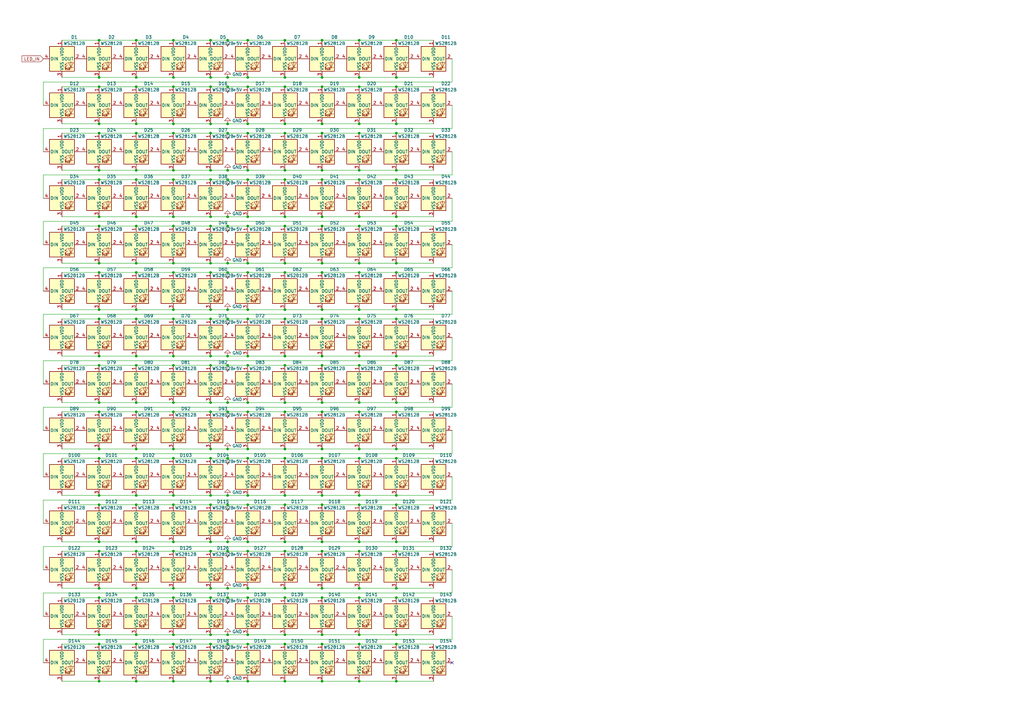
<source format=kicad_sch>
(kicad_sch (version 20230121) (generator eeschema)
  (paper "A3")
  (junction (at 116.84 264.16))
  (junction (at 147.32 165.1))
  (junction (at 101.6 264.16))
  (junction (at 101.6 88.9))
  (junction (at 147.32 168.91))
  (junction (at 101.6 279.4))
  (junction (at 55.88 54.61))
  (junction (at 40.64 187.96))
  (junction (at 93.345 222.25))
  (junction (at 71.12 207.01))
  (junction (at 132.08 35.56))
  (junction (at 86.36 241.3))
  (junction (at 162.56 260.35))
  (junction (at 147.32 264.16))
  (junction (at 86.36 146.05))
  (junction (at 93.345 130.81))
  (junction (at 40.64 31.75))
  (junction (at 116.84 165.1))
  (junction (at 86.36 149.86))
  (junction (at 132.08 107.95))
  (junction (at 86.36 107.95))
  (junction (at 147.32 146.05))
  (junction (at 101.6 187.96))
  (junction (at 55.88 31.75))
  (junction (at 101.6 203.2))
  (junction (at 162.56 241.3))
  (junction (at 40.64 222.25))
  (junction (at 55.88 107.95))
  (junction (at 162.56 222.25))
  (junction (at 162.56 149.86))
  (junction (at 40.64 92.71))
  (junction (at 40.64 241.3))
  (junction (at 86.36 203.2))
  (junction (at 55.88 35.56))
  (junction (at 116.84 35.56))
  (junction (at 162.56 107.95))
  (junction (at 147.32 88.9))
  (junction (at 71.12 73.66))
  (junction (at 101.6 69.85))
  (junction (at 86.36 127))
  (junction (at 132.08 73.66))
  (junction (at 86.36 50.8))
  (junction (at 93.345 279.4))
  (junction (at 86.36 35.56))
  (junction (at 162.56 111.76))
  (junction (at 116.84 69.85))
  (junction (at 71.12 146.05))
  (junction (at 101.6 207.01))
  (junction (at 55.88 149.86))
  (junction (at 132.08 31.75))
  (junction (at 101.6 16.51))
  (junction (at 55.88 69.85))
  (junction (at 101.6 50.8))
  (junction (at 162.56 31.75))
  (junction (at 147.32 207.01))
  (junction (at 55.88 165.1))
  (junction (at 93.345 127))
  (junction (at 40.64 16.51))
  (junction (at 55.88 50.8))
  (junction (at 132.08 88.9))
  (junction (at 147.32 226.06))
  (junction (at 116.84 111.76))
  (junction (at 147.32 203.2))
  (junction (at 40.64 69.85))
  (junction (at 116.84 187.96))
  (junction (at 71.12 241.3))
  (junction (at 162.56 146.05))
  (junction (at 101.6 54.61))
  (junction (at 147.32 73.66))
  (junction (at 71.12 127))
  (junction (at 40.64 207.01))
  (junction (at 116.84 127))
  (junction (at 147.32 184.15))
  (junction (at 55.88 146.05))
  (junction (at 162.56 165.1))
  (junction (at 132.08 222.25))
  (junction (at 101.6 245.11))
  (junction (at 132.08 184.15))
  (junction (at 162.56 279.4))
  (junction (at 101.6 73.66))
  (junction (at 40.64 54.61))
  (junction (at 132.08 207.01))
  (junction (at 71.12 130.81))
  (junction (at 116.84 207.01))
  (junction (at 132.08 54.61))
  (junction (at 116.84 130.81))
  (junction (at 55.88 241.3))
  (junction (at 55.88 222.25))
  (junction (at 86.36 279.4))
  (junction (at 93.345 260.35))
  (junction (at 116.84 222.25))
  (junction (at 162.56 187.96))
  (junction (at 162.56 245.11))
  (junction (at 71.12 107.95))
  (junction (at 40.64 149.86))
  (junction (at 101.6 165.1))
  (junction (at 93.345 16.51))
  (junction (at 162.56 127))
  (junction (at 132.08 241.3))
  (junction (at 40.64 203.2))
  (junction (at 71.12 184.15))
  (junction (at 55.88 207.01))
  (junction (at 93.345 203.2))
  (junction (at 86.36 168.91))
  (junction (at 101.6 226.06))
  (junction (at 116.84 226.06))
  (junction (at 71.12 222.25))
  (junction (at 101.6 149.86))
  (junction (at 116.84 279.4))
  (junction (at 132.08 187.96))
  (junction (at 71.12 54.61))
  (junction (at 93.345 92.71))
  (junction (at 86.36 130.81))
  (junction (at 93.345 31.75))
  (junction (at 132.08 226.06))
  (junction (at 40.64 88.9))
  (junction (at 147.32 69.85))
  (junction (at 93.345 184.15))
  (junction (at 132.08 203.2))
  (junction (at 162.56 35.56))
  (junction (at 101.6 107.95))
  (junction (at 71.12 111.76))
  (junction (at 132.08 279.4))
  (junction (at 40.64 184.15))
  (junction (at 86.36 54.61))
  (junction (at 162.56 168.91))
  (junction (at 86.36 73.66))
  (junction (at 40.64 226.06))
  (junction (at 86.36 16.51))
  (junction (at 162.56 73.66))
  (junction (at 101.6 184.15))
  (junction (at 132.08 50.8))
  (junction (at 71.12 245.11))
  (junction (at 55.88 92.71))
  (junction (at 147.32 187.96))
  (junction (at 116.84 16.51))
  (junction (at 93.345 168.91))
  (junction (at 55.88 130.81))
  (junction (at 132.08 168.91))
  (junction (at 55.88 184.15))
  (junction (at 147.32 107.95))
  (junction (at 162.56 226.06))
  (junction (at 162.56 16.51))
  (junction (at 40.64 264.16))
  (junction (at 147.32 127))
  (junction (at 116.84 203.2))
  (junction (at 93.345 149.86))
  (junction (at 86.36 222.25))
  (junction (at 116.84 73.66))
  (junction (at 132.08 149.86))
  (junction (at 40.64 260.35))
  (junction (at 86.36 260.35))
  (junction (at 55.88 187.96))
  (junction (at 93.345 264.16))
  (junction (at 93.345 207.01))
  (junction (at 116.84 241.3))
  (junction (at 101.6 92.71))
  (junction (at 132.08 165.1))
  (junction (at 116.84 245.11))
  (junction (at 86.36 226.06))
  (junction (at 40.64 107.95))
  (junction (at 86.36 187.96))
  (junction (at 147.32 260.35))
  (junction (at 55.88 226.06))
  (junction (at 162.56 50.8))
  (junction (at 116.84 149.86))
  (junction (at 86.36 184.15))
  (junction (at 162.56 69.85))
  (junction (at 93.345 50.8))
  (junction (at 162.56 88.9))
  (junction (at 93.345 69.85))
  (junction (at 132.08 245.11))
  (junction (at 40.64 50.8))
  (junction (at 40.64 73.66))
  (junction (at 116.84 54.61))
  (junction (at 55.88 279.4))
  (junction (at 101.6 130.81))
  (junction (at 116.84 146.05))
  (junction (at 55.88 88.9))
  (junction (at 93.345 73.66))
  (junction (at 55.88 127))
  (junction (at 86.36 207.01))
  (junction (at 86.36 111.76))
  (junction (at 132.08 127))
  (junction (at 116.84 88.9))
  (junction (at 55.88 260.35))
  (junction (at 147.32 31.75))
  (junction (at 40.64 35.56))
  (junction (at 147.32 222.25))
  (junction (at 93.345 226.06))
  (junction (at 101.6 35.56))
  (junction (at 116.84 92.71))
  (junction (at 71.12 16.51))
  (junction (at 93.345 54.61))
  (junction (at 132.08 92.71))
  (junction (at 101.6 260.35))
  (junction (at 55.88 203.2))
  (junction (at 116.84 107.95))
  (junction (at 162.56 264.16))
  (junction (at 55.88 73.66))
  (junction (at 93.345 245.11))
  (junction (at 116.84 31.75))
  (junction (at 132.08 260.35))
  (junction (at 40.64 146.05))
  (junction (at 71.12 264.16))
  (junction (at 93.345 165.1))
  (junction (at 147.32 279.4))
  (junction (at 132.08 264.16))
  (junction (at 71.12 149.86))
  (junction (at 93.345 241.3))
  (junction (at 132.08 69.85))
  (junction (at 147.32 245.11))
  (junction (at 40.64 127))
  (junction (at 162.56 54.61))
  (junction (at 55.88 111.76))
  (junction (at 147.32 35.56))
  (junction (at 132.08 146.05))
  (junction (at 86.36 245.11))
  (junction (at 71.12 226.06))
  (junction (at 40.64 279.4))
  (junction (at 101.6 222.25))
  (junction (at 40.64 245.11))
  (junction (at 71.12 279.4))
  (junction (at 71.12 187.96))
  (junction (at 71.12 69.85))
  (junction (at 132.08 130.81))
  (junction (at 101.6 111.76))
  (junction (at 162.56 92.71))
  (junction (at 162.56 207.01))
  (junction (at 116.84 168.91))
  (junction (at 93.345 35.56))
  (junction (at 101.6 168.91))
  (junction (at 116.84 50.8))
  (junction (at 101.6 31.75))
  (junction (at 71.12 35.56))
  (junction (at 40.64 165.1))
  (junction (at 101.6 127))
  (junction (at 71.12 31.75))
  (junction (at 93.345 111.76))
  (junction (at 71.12 168.91))
  (junction (at 162.56 184.15))
  (junction (at 55.88 16.51))
  (junction (at 93.345 187.96))
  (junction (at 40.64 111.76))
  (junction (at 86.36 264.16))
  (junction (at 93.345 107.95))
  (junction (at 162.56 203.2))
  (junction (at 162.56 130.81))
  (junction (at 93.345 146.05))
  (junction (at 40.64 130.81))
  (junction (at 71.12 88.9))
  (junction (at 86.36 92.71))
  (junction (at 55.88 168.91))
  (junction (at 101.6 146.05))
  (junction (at 55.88 245.11))
  (junction (at 132.08 111.76))
  (junction (at 86.36 165.1))
  (junction (at 71.12 92.71))
  (junction (at 147.32 16.51))
  (junction (at 86.36 69.85))
  (junction (at 147.32 241.3))
  (junction (at 71.12 203.2))
  (junction (at 71.12 260.35))
  (junction (at 71.12 50.8))
  (junction (at 93.345 88.9))
  (junction (at 147.32 92.71))
  (junction (at 147.32 111.76))
  (junction (at 147.32 130.81))
  (junction (at 86.36 31.75))
  (junction (at 132.08 16.51))
  (junction (at 55.88 264.16))
  (junction (at 86.36 88.9))
  (junction (at 116.84 260.35))
  (junction (at 147.32 50.8))
  (junction (at 147.32 54.61))
  (junction (at 40.64 168.91))
  (junction (at 147.32 149.86))
  (junction (at 71.12 165.1))
  (junction (at 101.6 241.3))
  (junction (at 116.84 184.15))
  (no_connect (at 185.42 271.78))
  (wire (pts (xy 25.4 279.4) (xy 40.64 279.4)))
  (wire (pts (xy 17.78 252.73) (xy 17.78 243.205)))
  (wire (pts (xy 25.4 165.1) (xy 40.64 165.1)))
  (wire (pts (xy 132.08 264.16) (xy 147.32 264.16)))
  (wire (pts (xy 101.6 149.86) (xy 116.84 149.86)))
  (wire (pts (xy 185.42 81.28) (xy 185.42 90.805)))
  (wire (pts (xy 101.6 107.95) (xy 116.84 107.95)))
  (wire (pts (xy 147.32 222.25) (xy 162.56 222.25)))
  (wire (pts (xy 17.78 100.33) (xy 17.78 90.805)))
  (wire (pts (xy 93.345 50.8) (xy 101.6 50.8)))
  (wire (pts (xy 132.08 241.3) (xy 147.32 241.3)))
  (wire (pts (xy 17.78 224.155) (xy 185.42 224.155)))
  (wire (pts (xy 116.84 207.01) (xy 132.08 207.01)))
  (wire (pts (xy 25.4 54.61) (xy 40.64 54.61)))
  (wire (pts (xy 101.6 187.96) (xy 116.84 187.96)))
  (wire (pts (xy 101.6 165.1) (xy 116.84 165.1)))
  (wire (pts (xy 40.64 279.4) (xy 55.88 279.4)))
  (wire (pts (xy 55.88 31.75) (xy 71.12 31.75)))
  (wire (pts (xy 185.42 233.68) (xy 185.42 243.205)))
  (wire (pts (xy 71.12 184.15) (xy 86.36 184.15)))
  (wire (pts (xy 116.84 88.9) (xy 132.08 88.9)))
  (wire (pts (xy 116.84 92.71) (xy 132.08 92.71)))
  (wire (pts (xy 25.4 264.16) (xy 40.64 264.16)))
  (wire (pts (xy 93.345 16.51) (xy 101.6 16.51)))
  (wire (pts (xy 185.42 195.58) (xy 185.42 205.105)))
  (wire (pts (xy 101.6 31.75) (xy 116.84 31.75)))
  (wire (pts (xy 71.12 264.16) (xy 86.36 264.16)))
  (wire (pts (xy 86.36 149.86) (xy 93.345 149.86)))
  (wire (pts (xy 25.4 69.85) (xy 40.64 69.85)))
  (wire (pts (xy 162.56 184.15) (xy 177.8 184.15)))
  (wire (pts (xy 40.64 31.75) (xy 55.88 31.75)))
  (wire (pts (xy 55.88 35.56) (xy 71.12 35.56)))
  (wire (pts (xy 185.42 176.53) (xy 185.42 186.055)))
  (wire (pts (xy 25.4 149.86) (xy 40.64 149.86)))
  (wire (pts (xy 147.32 260.35) (xy 162.56 260.35)))
  (wire (pts (xy 162.56 226.06) (xy 177.8 226.06)))
  (wire (pts (xy 93.345 241.3) (xy 101.6 241.3)))
  (wire (pts (xy 116.84 31.75) (xy 132.08 31.75)))
  (wire (pts (xy 40.64 54.61) (xy 55.88 54.61)))
  (wire (pts (xy 162.56 165.1) (xy 177.8 165.1)))
  (wire (pts (xy 86.36 88.9) (xy 93.345 88.9)))
  (wire (pts (xy 132.08 245.11) (xy 147.32 245.11)))
  (wire (pts (xy 185.42 252.73) (xy 185.42 262.255)))
  (wire (pts (xy 17.78 195.58) (xy 17.78 186.055)))
  (wire (pts (xy 25.4 16.51) (xy 40.64 16.51)))
  (wire (pts (xy 71.12 149.86) (xy 86.36 149.86)))
  (wire (pts (xy 162.56 264.16) (xy 177.8 264.16)))
  (wire (pts (xy 132.08 92.71) (xy 147.32 92.71)))
  (wire (pts (xy 55.88 184.15) (xy 71.12 184.15)))
  (wire (pts (xy 40.64 264.16) (xy 55.88 264.16)))
  (wire (pts (xy 93.345 279.4) (xy 101.6 279.4)))
  (wire (pts (xy 25.4 73.66) (xy 40.64 73.66)))
  (wire (pts (xy 116.84 260.35) (xy 132.08 260.35)))
  (wire (pts (xy 40.64 127) (xy 55.88 127)))
  (wire (pts (xy 162.56 16.51) (xy 177.8 16.51)))
  (wire (pts (xy 86.36 92.71) (xy 93.345 92.71)))
  (wire (pts (xy 101.6 88.9) (xy 116.84 88.9)))
  (wire (pts (xy 17.78 62.23) (xy 17.78 52.705)))
  (wire (pts (xy 101.6 130.81) (xy 116.84 130.81)))
  (wire (pts (xy 86.36 207.01) (xy 93.345 207.01)))
  (wire (pts (xy 162.56 73.66) (xy 177.8 73.66)))
  (wire (pts (xy 55.88 54.61) (xy 71.12 54.61)))
  (wire (pts (xy 162.56 222.25) (xy 177.8 222.25)))
  (wire (pts (xy 71.12 107.95) (xy 86.36 107.95)))
  (wire (pts (xy 132.08 184.15) (xy 147.32 184.15)))
  (wire (pts (xy 132.08 203.2) (xy 147.32 203.2)))
  (wire (pts (xy 162.56 50.8) (xy 177.8 50.8)))
  (wire (pts (xy 132.08 260.35) (xy 147.32 260.35)))
  (wire (pts (xy 93.345 54.61) (xy 101.6 54.61)))
  (wire (pts (xy 162.56 241.3) (xy 177.8 241.3)))
  (wire (pts (xy 17.78 90.805) (xy 185.42 90.805)))
  (wire (pts (xy 86.36 16.51) (xy 93.345 16.51)))
  (wire (pts (xy 40.64 226.06) (xy 55.88 226.06)))
  (wire (pts (xy 93.345 73.66) (xy 101.6 73.66)))
  (wire (pts (xy 162.56 245.11) (xy 177.8 245.11)))
  (wire (pts (xy 101.6 50.8) (xy 116.84 50.8)))
  (wire (pts (xy 101.6 111.76) (xy 116.84 111.76)))
  (wire (pts (xy 101.6 146.05) (xy 116.84 146.05)))
  (wire (pts (xy 86.36 260.35) (xy 93.345 260.35)))
  (wire (pts (xy 116.84 165.1) (xy 132.08 165.1)))
  (wire (pts (xy 101.6 226.06) (xy 116.84 226.06)))
  (wire (pts (xy 162.56 279.4) (xy 177.8 279.4)))
  (wire (pts (xy 101.6 92.71) (xy 116.84 92.71)))
  (wire (pts (xy 101.6 203.2) (xy 116.84 203.2)))
  (wire (pts (xy 147.32 279.4) (xy 162.56 279.4)))
  (wire (pts (xy 147.32 50.8) (xy 162.56 50.8)))
  (wire (pts (xy 116.84 146.05) (xy 132.08 146.05)))
  (wire (pts (xy 116.84 149.86) (xy 132.08 149.86)))
  (wire (pts (xy 40.64 69.85) (xy 55.88 69.85)))
  (wire (pts (xy 116.84 241.3) (xy 132.08 241.3)))
  (wire (pts (xy 86.36 168.91) (xy 93.345 168.91)))
  (wire (pts (xy 71.12 260.35) (xy 86.36 260.35)))
  (wire (pts (xy 116.84 50.8) (xy 132.08 50.8)))
  (wire (pts (xy 147.32 241.3) (xy 162.56 241.3)))
  (wire (pts (xy 40.64 88.9) (xy 55.88 88.9)))
  (wire (pts (xy 147.32 54.61) (xy 162.56 54.61)))
  (wire (pts (xy 17.78 109.855) (xy 185.42 109.855)))
  (wire (pts (xy 55.88 127) (xy 71.12 127)))
  (wire (pts (xy 71.12 35.56) (xy 86.36 35.56)))
  (wire (pts (xy 86.36 107.95) (xy 93.345 107.95)))
  (wire (pts (xy 162.56 168.91) (xy 177.8 168.91)))
  (wire (pts (xy 25.4 226.06) (xy 40.64 226.06)))
  (wire (pts (xy 71.12 16.51) (xy 86.36 16.51)))
  (wire (pts (xy 86.36 35.56) (xy 93.345 35.56)))
  (wire (pts (xy 147.32 168.91) (xy 162.56 168.91)))
  (wire (pts (xy 147.32 165.1) (xy 162.56 165.1)))
  (wire (pts (xy 71.12 187.96) (xy 86.36 187.96)))
  (wire (pts (xy 71.12 111.76) (xy 86.36 111.76)))
  (wire (pts (xy 55.88 203.2) (xy 71.12 203.2)))
  (wire (pts (xy 185.42 157.48) (xy 185.42 167.005)))
  (wire (pts (xy 93.345 226.06) (xy 101.6 226.06)))
  (wire (pts (xy 132.08 107.95) (xy 147.32 107.95)))
  (wire (pts (xy 93.345 168.91) (xy 101.6 168.91)))
  (wire (pts (xy 162.56 31.75) (xy 177.8 31.75)))
  (wire (pts (xy 86.36 50.8) (xy 93.345 50.8)))
  (wire (pts (xy 55.88 88.9) (xy 71.12 88.9)))
  (wire (pts (xy 71.12 50.8) (xy 86.36 50.8)))
  (wire (pts (xy 93.345 184.15) (xy 101.6 184.15)))
  (wire (pts (xy 40.64 50.8) (xy 55.88 50.8)))
  (wire (pts (xy 71.12 88.9) (xy 86.36 88.9)))
  (wire (pts (xy 185.42 33.655) (xy 185.42 24.13)))
  (wire (pts (xy 17.78 119.38) (xy 17.78 109.855)))
  (wire (pts (xy 25.4 207.01) (xy 40.64 207.01)))
  (wire (pts (xy 86.36 279.4) (xy 93.345 279.4)))
  (wire (pts (xy 162.56 88.9) (xy 177.8 88.9)))
  (wire (pts (xy 132.08 279.4) (xy 147.32 279.4)))
  (wire (pts (xy 71.12 130.81) (xy 86.36 130.81)))
  (wire (pts (xy 147.32 107.95) (xy 162.56 107.95)))
  (wire (pts (xy 101.6 35.56) (xy 116.84 35.56)))
  (wire (pts (xy 101.6 16.51) (xy 116.84 16.51)))
  (wire (pts (xy 86.36 241.3) (xy 93.345 241.3)))
  (wire (pts (xy 71.12 241.3) (xy 86.36 241.3)))
  (wire (pts (xy 147.32 146.05) (xy 162.56 146.05)))
  (wire (pts (xy 17.78 167.005) (xy 185.42 167.005)))
  (wire (pts (xy 71.12 69.85) (xy 86.36 69.85)))
  (wire (pts (xy 116.84 73.66) (xy 132.08 73.66)))
  (wire (pts (xy 86.36 264.16) (xy 93.345 264.16)))
  (wire (pts (xy 101.6 207.01) (xy 116.84 207.01)))
  (wire (pts (xy 93.345 146.05) (xy 101.6 146.05)))
  (wire (pts (xy 86.36 165.1) (xy 93.345 165.1)))
  (wire (pts (xy 185.42 43.18) (xy 185.42 52.705)))
  (wire (pts (xy 93.345 69.85) (xy 101.6 69.85)))
  (wire (pts (xy 25.4 50.8) (xy 40.64 50.8)))
  (wire (pts (xy 101.6 127) (xy 116.84 127)))
  (wire (pts (xy 40.64 111.76) (xy 55.88 111.76)))
  (wire (pts (xy 132.08 35.56) (xy 147.32 35.56)))
  (wire (pts (xy 147.32 35.56) (xy 162.56 35.56)))
  (wire (pts (xy 132.08 69.85) (xy 147.32 69.85)))
  (wire (pts (xy 162.56 92.71) (xy 177.8 92.71)))
  (wire (pts (xy 101.6 73.66) (xy 116.84 73.66)))
  (wire (pts (xy 55.88 92.71) (xy 71.12 92.71)))
  (wire (pts (xy 132.08 111.76) (xy 147.32 111.76)))
  (wire (pts (xy 162.56 130.81) (xy 177.8 130.81)))
  (wire (pts (xy 93.345 111.76) (xy 101.6 111.76)))
  (wire (pts (xy 40.64 146.05) (xy 55.88 146.05)))
  (wire (pts (xy 162.56 187.96) (xy 177.8 187.96)))
  (wire (pts (xy 17.78 81.28) (xy 17.78 71.755)))
  (wire (pts (xy 93.345 264.16) (xy 101.6 264.16)))
  (wire (pts (xy 101.6 264.16) (xy 116.84 264.16)))
  (wire (pts (xy 116.84 264.16) (xy 132.08 264.16)))
  (wire (pts (xy 101.6 241.3) (xy 116.84 241.3)))
  (wire (pts (xy 147.32 73.66) (xy 162.56 73.66)))
  (wire (pts (xy 93.345 245.11) (xy 101.6 245.11)))
  (wire (pts (xy 17.78 214.63) (xy 17.78 205.105)))
  (wire (pts (xy 40.64 207.01) (xy 55.88 207.01)))
  (wire (pts (xy 25.4 127) (xy 40.64 127)))
  (wire (pts (xy 185.42 138.43) (xy 185.42 147.955)))
  (wire (pts (xy 86.36 187.96) (xy 93.345 187.96)))
  (wire (pts (xy 71.12 146.05) (xy 86.36 146.05)))
  (wire (pts (xy 116.84 127) (xy 132.08 127)))
  (wire (pts (xy 116.84 184.15) (xy 132.08 184.15)))
  (wire (pts (xy 101.6 260.35) (xy 116.84 260.35)))
  (wire (pts (xy 147.32 184.15) (xy 162.56 184.15)))
  (wire (pts (xy 93.345 127) (xy 101.6 127)))
  (wire (pts (xy 55.88 107.95) (xy 71.12 107.95)))
  (wire (pts (xy 71.12 54.61) (xy 86.36 54.61)))
  (wire (pts (xy 71.12 168.91) (xy 86.36 168.91)))
  (wire (pts (xy 101.6 245.11) (xy 116.84 245.11)))
  (wire (pts (xy 25.4 260.35) (xy 40.64 260.35)))
  (wire (pts (xy 55.88 187.96) (xy 71.12 187.96)))
  (wire (pts (xy 132.08 207.01) (xy 147.32 207.01)))
  (wire (pts (xy 40.64 130.81) (xy 55.88 130.81)))
  (wire (pts (xy 55.88 222.25) (xy 71.12 222.25)))
  (wire (pts (xy 162.56 260.35) (xy 177.8 260.35)))
  (wire (pts (xy 185.42 62.23) (xy 185.42 71.755)))
  (wire (pts (xy 101.6 222.25) (xy 116.84 222.25)))
  (wire (pts (xy 147.32 203.2) (xy 162.56 203.2)))
  (wire (pts (xy 40.64 187.96) (xy 55.88 187.96)))
  (wire (pts (xy 116.84 107.95) (xy 132.08 107.95)))
  (wire (pts (xy 185.42 119.38) (xy 185.42 128.905)))
  (wire (pts (xy 40.64 165.1) (xy 55.88 165.1)))
  (wire (pts (xy 116.84 130.81) (xy 132.08 130.81)))
  (wire (pts (xy 86.36 31.75) (xy 93.345 31.75)))
  (wire (pts (xy 132.08 226.06) (xy 147.32 226.06)))
  (wire (pts (xy 162.56 111.76) (xy 177.8 111.76)))
  (wire (pts (xy 71.12 203.2) (xy 86.36 203.2)))
  (wire (pts (xy 86.36 146.05) (xy 93.345 146.05)))
  (wire (pts (xy 101.6 184.15) (xy 116.84 184.15)))
  (wire (pts (xy 147.32 16.51) (xy 162.56 16.51)))
  (wire (pts (xy 116.84 111.76) (xy 132.08 111.76)))
  (wire (pts (xy 40.64 241.3) (xy 55.88 241.3)))
  (wire (pts (xy 185.42 100.33) (xy 185.42 109.855)))
  (wire (pts (xy 93.345 35.56) (xy 101.6 35.56)))
  (wire (pts (xy 25.4 203.2) (xy 40.64 203.2)))
  (wire (pts (xy 55.88 245.11) (xy 71.12 245.11)))
  (wire (pts (xy 25.4 241.3) (xy 40.64 241.3)))
  (wire (pts (xy 55.88 111.76) (xy 71.12 111.76)))
  (wire (pts (xy 132.08 127) (xy 147.32 127)))
  (wire (pts (xy 55.88 165.1) (xy 71.12 165.1)))
  (wire (pts (xy 25.4 31.75) (xy 40.64 31.75)))
  (wire (pts (xy 147.32 264.16) (xy 162.56 264.16)))
  (wire (pts (xy 55.88 146.05) (xy 71.12 146.05)))
  (wire (pts (xy 40.64 16.51) (xy 55.88 16.51)))
  (wire (pts (xy 25.4 130.81) (xy 40.64 130.81)))
  (wire (pts (xy 93.345 187.96) (xy 101.6 187.96)))
  (wire (pts (xy 71.12 222.25) (xy 86.36 222.25)))
  (wire (pts (xy 132.08 73.66) (xy 147.32 73.66)))
  (wire (pts (xy 71.12 245.11) (xy 86.36 245.11)))
  (wire (pts (xy 71.12 127) (xy 86.36 127)))
  (wire (pts (xy 55.88 16.51) (xy 71.12 16.51)))
  (wire (pts (xy 162.56 54.61) (xy 177.8 54.61)))
  (wire (pts (xy 55.88 226.06) (xy 71.12 226.06)))
  (wire (pts (xy 55.88 264.16) (xy 71.12 264.16)))
  (wire (pts (xy 40.64 245.11) (xy 55.88 245.11)))
  (wire (pts (xy 55.88 149.86) (xy 71.12 149.86)))
  (wire (pts (xy 132.08 187.96) (xy 147.32 187.96)))
  (wire (pts (xy 147.32 187.96) (xy 162.56 187.96)))
  (wire (pts (xy 55.88 241.3) (xy 71.12 241.3)))
  (wire (pts (xy 86.36 245.11) (xy 93.345 245.11)))
  (wire (pts (xy 17.78 71.755) (xy 185.42 71.755)))
  (wire (pts (xy 71.12 92.71) (xy 86.36 92.71)))
  (wire (pts (xy 93.345 149.86) (xy 101.6 149.86)))
  (wire (pts (xy 116.84 203.2) (xy 132.08 203.2)))
  (wire (pts (xy 17.78 205.105) (xy 185.42 205.105)))
  (wire (pts (xy 116.84 16.51) (xy 132.08 16.51)))
  (wire (pts (xy 55.88 50.8) (xy 71.12 50.8)))
  (wire (pts (xy 86.36 69.85) (xy 93.345 69.85)))
  (wire (pts (xy 101.6 168.91) (xy 116.84 168.91)))
  (wire (pts (xy 93.345 165.1) (xy 101.6 165.1)))
  (wire (pts (xy 17.78 43.18) (xy 17.78 33.655)))
  (wire (pts (xy 132.08 130.81) (xy 147.32 130.81)))
  (wire (pts (xy 17.78 262.255) (xy 185.42 262.255)))
  (wire (pts (xy 25.4 222.25) (xy 40.64 222.25)))
  (wire (pts (xy 93.345 88.9) (xy 101.6 88.9)))
  (wire (pts (xy 93.345 203.2) (xy 101.6 203.2)))
  (wire (pts (xy 116.84 245.11) (xy 132.08 245.11)))
  (wire (pts (xy 147.32 127) (xy 162.56 127)))
  (wire (pts (xy 40.64 35.56) (xy 55.88 35.56)))
  (wire (pts (xy 17.78 128.905) (xy 185.42 128.905)))
  (wire (pts (xy 86.36 73.66) (xy 93.345 73.66)))
  (wire (pts (xy 162.56 127) (xy 177.8 127)))
  (wire (pts (xy 17.78 52.705) (xy 185.42 52.705)))
  (wire (pts (xy 86.36 203.2) (xy 93.345 203.2)))
  (wire (pts (xy 40.64 184.15) (xy 55.88 184.15)))
  (wire (pts (xy 162.56 207.01) (xy 177.8 207.01)))
  (wire (pts (xy 147.32 92.71) (xy 162.56 92.71)))
  (wire (pts (xy 17.78 33.655) (xy 185.42 33.655)))
  (wire (pts (xy 116.84 226.06) (xy 132.08 226.06)))
  (wire (pts (xy 25.4 88.9) (xy 40.64 88.9)))
  (wire (pts (xy 116.84 279.4) (xy 132.08 279.4)))
  (wire (pts (xy 17.78 186.055) (xy 185.42 186.055)))
  (wire (pts (xy 93.345 207.01) (xy 101.6 207.01)))
  (wire (pts (xy 17.78 157.48) (xy 17.78 147.955)))
  (wire (pts (xy 55.88 69.85) (xy 71.12 69.85)))
  (wire (pts (xy 162.56 203.2) (xy 177.8 203.2)))
  (wire (pts (xy 116.84 168.91) (xy 132.08 168.91)))
  (wire (pts (xy 55.88 279.4) (xy 71.12 279.4)))
  (wire (pts (xy 86.36 130.81) (xy 93.345 130.81)))
  (wire (pts (xy 17.78 147.955) (xy 185.42 147.955)))
  (wire (pts (xy 40.64 107.95) (xy 55.88 107.95)))
  (wire (pts (xy 25.4 35.56) (xy 40.64 35.56)))
  (wire (pts (xy 17.78 243.205) (xy 185.42 243.205)))
  (wire (pts (xy 25.4 146.05) (xy 40.64 146.05)))
  (wire (pts (xy 147.32 88.9) (xy 162.56 88.9)))
  (wire (pts (xy 71.12 207.01) (xy 86.36 207.01)))
  (wire (pts (xy 132.08 222.25) (xy 147.32 222.25)))
  (wire (pts (xy 40.64 203.2) (xy 55.88 203.2)))
  (wire (pts (xy 147.32 245.11) (xy 162.56 245.11)))
  (wire (pts (xy 132.08 50.8) (xy 147.32 50.8)))
  (wire (pts (xy 55.88 168.91) (xy 71.12 168.91)))
  (wire (pts (xy 93.345 130.81) (xy 101.6 130.81)))
  (wire (pts (xy 71.12 165.1) (xy 86.36 165.1)))
  (wire (pts (xy 116.84 222.25) (xy 132.08 222.25)))
  (wire (pts (xy 162.56 35.56) (xy 177.8 35.56)))
  (wire (pts (xy 101.6 69.85) (xy 116.84 69.85)))
  (wire (pts (xy 17.78 138.43) (xy 17.78 128.905)))
  (wire (pts (xy 116.84 54.61) (xy 132.08 54.61)))
  (wire (pts (xy 40.64 260.35) (xy 55.88 260.35)))
  (wire (pts (xy 116.84 187.96) (xy 132.08 187.96)))
  (wire (pts (xy 162.56 146.05) (xy 177.8 146.05)))
  (wire (pts (xy 17.78 176.53) (xy 17.78 167.005)))
  (wire (pts (xy 40.64 73.66) (xy 55.88 73.66)))
  (wire (pts (xy 25.4 107.95) (xy 40.64 107.95)))
  (wire (pts (xy 147.32 207.01) (xy 162.56 207.01)))
  (wire (pts (xy 86.36 184.15) (xy 93.345 184.15)))
  (wire (pts (xy 55.88 130.81) (xy 71.12 130.81)))
  (wire (pts (xy 101.6 54.61) (xy 116.84 54.61)))
  (wire (pts (xy 147.32 69.85) (xy 162.56 69.85)))
  (wire (pts (xy 86.36 127) (xy 93.345 127)))
  (wire (pts (xy 40.64 149.86) (xy 55.88 149.86)))
  (wire (pts (xy 93.345 222.25) (xy 101.6 222.25)))
  (wire (pts (xy 132.08 31.75) (xy 147.32 31.75)))
  (wire (pts (xy 25.4 168.91) (xy 40.64 168.91)))
  (wire (pts (xy 147.32 226.06) (xy 162.56 226.06)))
  (wire (pts (xy 25.4 184.15) (xy 40.64 184.15)))
  (wire (pts (xy 132.08 165.1) (xy 147.32 165.1)))
  (wire (pts (xy 55.88 260.35) (xy 71.12 260.35)))
  (wire (pts (xy 132.08 146.05) (xy 147.32 146.05)))
  (wire (pts (xy 162.56 69.85) (xy 177.8 69.85)))
  (wire (pts (xy 132.08 168.91) (xy 147.32 168.91)))
  (wire (pts (xy 147.32 130.81) (xy 162.56 130.81)))
  (wire (pts (xy 132.08 54.61) (xy 147.32 54.61)))
  (wire (pts (xy 17.78 233.68) (xy 17.78 224.155)))
  (wire (pts (xy 17.78 271.78) (xy 17.78 262.255)))
  (wire (pts (xy 40.64 222.25) (xy 55.88 222.25)))
  (wire (pts (xy 147.32 149.86) (xy 162.56 149.86)))
  (wire (pts (xy 86.36 226.06) (xy 93.345 226.06)))
  (wire (pts (xy 185.42 214.63) (xy 185.42 224.155)))
  (wire (pts (xy 86.36 111.76) (xy 93.345 111.76)))
  (wire (pts (xy 162.56 149.86) (xy 177.8 149.86)))
  (wire (pts (xy 162.56 107.95) (xy 177.8 107.95)))
  (wire (pts (xy 93.345 107.95) (xy 101.6 107.95)))
  (wire (pts (xy 132.08 149.86) (xy 147.32 149.86)))
  (wire (pts (xy 132.08 88.9) (xy 147.32 88.9)))
  (wire (pts (xy 93.345 92.71) (xy 101.6 92.71)))
  (wire (pts (xy 25.4 92.71) (xy 40.64 92.71)))
  (wire (pts (xy 55.88 207.01) (xy 71.12 207.01)))
  (wire (pts (xy 116.84 35.56) (xy 132.08 35.56)))
  (wire (pts (xy 40.64 168.91) (xy 55.88 168.91)))
  (wire (pts (xy 25.4 187.96) (xy 40.64 187.96)))
  (wire (pts (xy 25.4 245.11) (xy 40.64 245.11)))
  (wire (pts (xy 55.88 73.66) (xy 71.12 73.66)))
  (wire (pts (xy 71.12 279.4) (xy 86.36 279.4)))
  (wire (pts (xy 25.4 111.76) (xy 40.64 111.76)))
  (wire (pts (xy 86.36 222.25) (xy 93.345 222.25)))
  (wire (pts (xy 116.84 69.85) (xy 132.08 69.85)))
  (wire (pts (xy 147.32 111.76) (xy 162.56 111.76)))
  (wire (pts (xy 147.32 31.75) (xy 162.56 31.75)))
  (wire (pts (xy 40.64 92.71) (xy 55.88 92.71)))
  (wire (pts (xy 93.345 31.75) (xy 101.6 31.75)))
  (wire (pts (xy 86.36 54.61) (xy 93.345 54.61)))
  (wire (pts (xy 132.08 16.51) (xy 147.32 16.51)))
  (wire (pts (xy 71.12 31.75) (xy 86.36 31.75)))
  (wire (pts (xy 71.12 73.66) (xy 86.36 73.66)))
  (wire (pts (xy 71.12 226.06) (xy 86.36 226.06)))
  (wire (pts (xy 93.345 260.35) (xy 101.6 260.35)))
  (wire (pts (xy 101.6 279.4) (xy 116.84 279.4)))
  (global_label "LED_IN" (shape input) (at 17.78 24.13 180) (property "Intersheetrefs" "${INTERSHEET_REFS}" (effects hide)))
  (symbol (lib_id "power:GND") (at 93.345 241.3 180) (unit 1)
    (property "Reference" "#PWR025" (effects hide))
    (property "Value" "GND" (at 95.25 240.0299 0) (effects (justify right)))
  )
  (symbol (lib_id "LED:WS2812B") (at 86.36 100.33 0) (unit 1)
    (property "Reference" "D49" (at 91.44 91.44 0))
    (property "Value" "WS2812B" (at 91.44 93.98 0))
    (property "Footprint" "LED_SMD:LED_WS2812B_PLCC4_5.0x5.0mm_P3.2mm" (effects hide))
    (property "Datasheet" "https://cdn-shop.adafruit.com/datasheets/WS2812B.pdf" (effects hide))
    (property "JLCPCB Part #" "C2843785" (effects hide))
  )
  (symbol (lib_id "LED:WS2812B") (at 147.32 62.23 0) (unit 1)
    (property "Reference" "D31" (at 152.4 53.34 0))
    (property "Value" "WS2812B" (at 152.4 55.88 0))
    (property "Footprint" "LED_SMD:LED_WS2812B_PLCC4_5.0x5.0mm_P3.2mm" (effects hide))
    (property "Datasheet" "https://cdn-shop.adafruit.com/datasheets/WS2812B.pdf" (effects hide))
    (property "JLCPCB Part #" "C2843785" (effects hide))
  )
  (symbol (lib_id "LED:WS2812B") (at 40.64 176.53 0) (unit 1)
    (property "Reference" "D90" (at 45.72 167.64 0))
    (property "Value" "WS2812B" (at 45.72 170.18 0))
    (property "Footprint" "LED_SMD:LED_WS2812B_PLCC4_5.0x5.0mm_P3.2mm" (effects hide))
    (property "Datasheet" "https://cdn-shop.adafruit.com/datasheets/WS2812B.pdf" (effects hide))
    (property "JLCPCB Part #" "C2843785" (effects hide))
  )
  (symbol (lib_id "LED:WS2812B") (at 132.08 81.28 0) (unit 1)
    (property "Reference" "D41" (at 137.16 72.39 0))
    (property "Value" "WS2812B" (at 137.16 74.93 0))
    (property "Footprint" "LED_SMD:LED_WS2812B_PLCC4_5.0x5.0mm_P3.2mm" (effects hide))
    (property "Datasheet" "https://cdn-shop.adafruit.com/datasheets/WS2812B.pdf" (effects hide))
    (property "JLCPCB Part #" "C2843785" (effects hide))
  )
  (symbol (lib_id "LED:WS2812B") (at 132.08 62.23 0) (unit 1)
    (property "Reference" "D30" (at 137.16 53.34 0))
    (property "Value" "WS2812B" (at 137.16 55.88 0))
    (property "Footprint" "LED_SMD:LED_WS2812B_PLCC4_5.0x5.0mm_P3.2mm" (effects hide))
    (property "Datasheet" "https://cdn-shop.adafruit.com/datasheets/WS2812B.pdf" (effects hide))
    (property "JLCPCB Part #" "C2843785" (effects hide))
  )
  (symbol (lib_id "LED:WS2812B") (at 71.12 157.48 0) (unit 1)
    (property "Reference" "D81" (at 76.2 148.59 0))
    (property "Value" "WS2812B" (at 76.2 151.13 0))
    (property "Footprint" "LED_SMD:LED_WS2812B_PLCC4_5.0x5.0mm_P3.2mm" (effects hide))
    (property "Datasheet" "https://cdn-shop.adafruit.com/datasheets/WS2812B.pdf" (effects hide))
    (property "JLCPCB Part #" "C2843785" (effects hide))
  )
  (symbol (lib_id "LED:WS2812B") (at 116.84 157.48 0) (unit 1)
    (property "Reference" "D84" (at 121.92 148.59 0))
    (property "Value" "WS2812B" (at 121.92 151.13 0))
    (property "Footprint" "LED_SMD:LED_WS2812B_PLCC4_5.0x5.0mm_P3.2mm" (effects hide))
    (property "Datasheet" "https://cdn-shop.adafruit.com/datasheets/WS2812B.pdf" (effects hide))
    (property "JLCPCB Part #" "C2843785" (effects hide))
  )
  (symbol (lib_id "LED:WS2812B") (at 116.84 233.68 0) (unit 1)
    (property "Reference" "D128" (at 121.92 224.79 0))
    (property "Value" "WS2812B" (at 121.92 227.33 0))
    (property "Footprint" "LED_SMD:LED_WS2812B_PLCC4_5.0x5.0mm_P3.2mm" (effects hide))
    (property "Datasheet" "https://cdn-shop.adafruit.com/datasheets/WS2812B.pdf" (effects hide))
    (property "JLCPCB Part #" "C2843785" (effects hide))
  )
  (symbol (lib_id "LED:WS2812B") (at 177.8 62.23 0) (unit 1)
    (property "Reference" "D33" (at 182.88 53.34 0))
    (property "Value" "WS2812B" (at 182.88 55.88 0))
    (property "Footprint" "LED_SMD:LED_WS2812B_PLCC4_5.0x5.0mm_P3.2mm" (effects hide))
    (property "Datasheet" "https://cdn-shop.adafruit.com/datasheets/WS2812B.pdf" (effects hide))
    (property "JLCPCB Part #" "C2843785" (effects hide))
  )
  (symbol (lib_id "LED:WS2812B") (at 55.88 24.13 0) (unit 1)
    (property "Reference" "D3" (at 60.96 15.24 0))
    (property "Value" "WS2812B" (at 60.96 17.78 0))
    (property "Footprint" "LED_SMD:LED_WS2812B_PLCC4_5.0x5.0mm_P3.2mm" (effects hide))
    (property "Datasheet" "https://cdn-shop.adafruit.com/datasheets/WS2812B.pdf" (effects hide))
    (property "JLCPCB Part #" "C2843785" (effects hide))
  )
  (symbol (lib_id "LED:WS2812B") (at 162.56 81.28 0) (unit 1)
    (property "Reference" "D43" (at 167.64 72.39 0))
    (property "Value" "WS2812B" (at 167.64 74.93 0))
    (property "Footprint" "LED_SMD:LED_WS2812B_PLCC4_5.0x5.0mm_P3.2mm" (effects hide))
    (property "Datasheet" "https://cdn-shop.adafruit.com/datasheets/WS2812B.pdf" (effects hide))
    (property "JLCPCB Part #" "C2843785" (effects hide))
  )
  (symbol (lib_id "LED:WS2812B") (at 132.08 157.48 0) (unit 1)
    (property "Reference" "D85" (at 137.16 148.59 0))
    (property "Value" "WS2812B" (at 137.16 151.13 0))
    (property "Footprint" "LED_SMD:LED_WS2812B_PLCC4_5.0x5.0mm_P3.2mm" (effects hide))
    (property "Datasheet" "https://cdn-shop.adafruit.com/datasheets/WS2812B.pdf" (effects hide))
    (property "JLCPCB Part #" "C2843785" (effects hide))
  )
  (symbol (lib_id "LED:WS2812B") (at 55.88 62.23 0) (unit 1)
    (property "Reference" "D25" (at 60.96 53.34 0))
    (property "Value" "WS2812B" (at 60.96 55.88 0))
    (property "Footprint" "LED_SMD:LED_WS2812B_PLCC4_5.0x5.0mm_P3.2mm" (effects hide))
    (property "Datasheet" "https://cdn-shop.adafruit.com/datasheets/WS2812B.pdf" (effects hide))
    (property "JLCPCB Part #" "C2843785" (effects hide))
  )
  (symbol (lib_id "LED:WS2812B") (at 162.56 138.43 0) (unit 1)
    (property "Reference" "D76" (at 167.64 129.54 0))
    (property "Value" "WS2812B" (at 167.64 132.08 0))
    (property "Footprint" "LED_SMD:LED_WS2812B_PLCC4_5.0x5.0mm_P3.2mm" (effects hide))
    (property "Datasheet" "https://cdn-shop.adafruit.com/datasheets/WS2812B.pdf" (effects hide))
    (property "JLCPCB Part #" "C2843785" (effects hide))
  )
  (symbol (lib_id "LED:WS2812B") (at 162.56 271.78 0) (unit 1)
    (property "Reference" "D153" (at 167.64 262.89 0))
    (property "Value" "WS2812B" (at 167.64 265.43 0))
    (property "Footprint" "LED_SMD:LED_WS2812B_PLCC4_5.0x5.0mm_P3.2mm" (effects hide))
    (property "Datasheet" "https://cdn-shop.adafruit.com/datasheets/WS2812B.pdf" (effects hide))
    (property "JLCPCB Part #" "C2843785" (effects hide))
  )
  (symbol (lib_id "LED:WS2812B") (at 132.08 252.73 0) (unit 1)
    (property "Reference" "D140" (at 137.16 243.84 0))
    (property "Value" "WS2812B" (at 137.16 246.38 0))
    (property "Footprint" "LED_SMD:LED_WS2812B_PLCC4_5.0x5.0mm_P3.2mm" (effects hide))
    (property "Datasheet" "https://cdn-shop.adafruit.com/datasheets/WS2812B.pdf" (effects hide))
    (property "JLCPCB Part #" "C2843785" (effects hide))
  )
  (symbol (lib_id "power:GND") (at 93.345 50.8 180) (unit 1)
    (property "Reference" "#PWR05" (effects hide))
    (property "Value" "GND" (at 95.25 49.5299 0) (effects (justify right)))
  )
  (symbol (lib_id "LED:WS2812B") (at 71.12 252.73 0) (unit 1)
    (property "Reference" "D136" (at 76.2 243.84 0))
    (property "Value" "WS2812B" (at 76.2 246.38 0))
    (property "Footprint" "LED_SMD:LED_WS2812B_PLCC4_5.0x5.0mm_P3.2mm" (effects hide))
    (property "Datasheet" "https://cdn-shop.adafruit.com/datasheets/WS2812B.pdf" (effects hide))
    (property "JLCPCB Part #" "C2843785" (effects hide))
  )
  (symbol (lib_id "power:GND") (at 93.345 88.9 180) (unit 1)
    (property "Reference" "#PWR09" (effects hide))
    (property "Value" "GND" (at 95.25 87.6299 0) (effects (justify right)))
  )
  (symbol (lib_id "LED:WS2812B") (at 132.08 24.13 0) (unit 1)
    (property "Reference" "D8" (at 137.16 15.24 0))
    (property "Value" "WS2812B" (at 137.16 17.78 0))
    (property "Footprint" "LED_SMD:LED_WS2812B_PLCC4_5.0x5.0mm_P3.2mm" (effects hide))
    (property "Datasheet" "https://cdn-shop.adafruit.com/datasheets/WS2812B.pdf" (effects hide))
    (property "JLCPCB Part #" "C2843785" (effects hide))
  )
  (symbol (lib_id "power:GND") (at 93.345 203.2 180) (unit 1)
    (property "Reference" "#PWR021" (effects hide))
    (property "Value" "GND" (at 95.25 201.9299 0) (effects (justify right)))
  )
  (symbol (lib_id "LED:WS2812B") (at 162.56 176.53 0) (unit 1)
    (property "Reference" "D98" (at 167.64 167.64 0))
    (property "Value" "WS2812B" (at 167.64 170.18 0))
    (property "Footprint" "LED_SMD:LED_WS2812B_PLCC4_5.0x5.0mm_P3.2mm" (effects hide))
    (property "Datasheet" "https://cdn-shop.adafruit.com/datasheets/WS2812B.pdf" (effects hide))
    (property "JLCPCB Part #" "C2843785" (effects hide))
  )
  (symbol (lib_id "LED:WS2812B") (at 147.32 100.33 0) (unit 1)
    (property "Reference" "D53" (at 152.4 91.44 0))
    (property "Value" "WS2812B" (at 152.4 93.98 0))
    (property "Footprint" "LED_SMD:LED_WS2812B_PLCC4_5.0x5.0mm_P3.2mm" (effects hide))
    (property "Datasheet" "https://cdn-shop.adafruit.com/datasheets/WS2812B.pdf" (effects hide))
    (property "JLCPCB Part #" "C2843785" (effects hide))
  )
  (symbol (lib_id "power:+5V") (at 93.345 187.96 180) (unit 1)
    (property "Reference" "#PWR020" (effects hide))
    (property "Value" "+5V" (at 95.25 189.2299 0) (effects (justify right)))
  )
  (symbol (lib_id "LED:WS2812B") (at 40.64 271.78 0) (unit 1)
    (property "Reference" "D145" (at 45.72 262.89 0))
    (property "Value" "WS2812B" (at 45.72 265.43 0))
    (property "Footprint" "LED_SMD:LED_WS2812B_PLCC4_5.0x5.0mm_P3.2mm" (effects hide))
    (property "Datasheet" "https://cdn-shop.adafruit.com/datasheets/WS2812B.pdf" (effects hide))
    (property "JLCPCB Part #" "C2843785" (effects hide))
  )
  (symbol (lib_id "LED:WS2812B") (at 86.36 138.43 0) (unit 1)
    (property "Reference" "D71" (at 91.44 129.54 0))
    (property "Value" "WS2812B" (at 91.44 132.08 0))
    (property "Footprint" "LED_SMD:LED_WS2812B_PLCC4_5.0x5.0mm_P3.2mm" (effects hide))
    (property "Datasheet" "https://cdn-shop.adafruit.com/datasheets/WS2812B.pdf" (effects hide))
    (property "JLCPCB Part #" "C2843785" (effects hide))
  )
  (symbol (lib_id "LED:WS2812B") (at 101.6 43.18 0) (unit 1)
    (property "Reference" "D17" (at 106.68 34.29 0))
    (property "Value" "WS2812B" (at 106.68 36.83 0))
    (property "Footprint" "LED_SMD:LED_WS2812B_PLCC4_5.0x5.0mm_P3.2mm" (effects hide))
    (property "Datasheet" "https://cdn-shop.adafruit.com/datasheets/WS2812B.pdf" (effects hide))
    (property "JLCPCB Part #" "C2843785" (effects hide))
  )
  (symbol (lib_id "LED:WS2812B") (at 177.8 138.43 0) (unit 1)
    (property "Reference" "D77" (at 182.88 129.54 0))
    (property "Value" "WS2812B" (at 182.88 132.08 0))
    (property "Footprint" "LED_SMD:LED_WS2812B_PLCC4_5.0x5.0mm_P3.2mm" (effects hide))
    (property "Datasheet" "https://cdn-shop.adafruit.com/datasheets/WS2812B.pdf" (effects hide))
    (property "JLCPCB Part #" "C2843785" (effects hide))
  )
  (symbol (lib_id "LED:WS2812B") (at 177.8 195.58 0) (unit 1)
    (property "Reference" "D110" (at 182.88 186.69 0))
    (property "Value" "WS2812B" (at 182.88 189.23 0))
    (property "Footprint" "LED_SMD:LED_WS2812B_PLCC4_5.0x5.0mm_P3.2mm" (effects hide))
    (property "Datasheet" "https://cdn-shop.adafruit.com/datasheets/WS2812B.pdf" (effects hide))
    (property "JLCPCB Part #" "C2843785" (effects hide))
  )
  (symbol (lib_id "LED:WS2812B") (at 25.4 43.18 0) (unit 1)
    (property "Reference" "D12" (at 30.48 34.29 0))
    (property "Value" "WS2812B" (at 30.48 36.83 0))
    (property "Footprint" "LED_SMD:LED_WS2812B_PLCC4_5.0x5.0mm_P3.2mm" (effects hide))
    (property "Datasheet" "https://cdn-shop.adafruit.com/datasheets/WS2812B.pdf" (effects hide))
    (property "JLCPCB Part #" "C2843785" (effects hide))
  )
  (symbol (lib_id "LED:WS2812B") (at 147.32 176.53 0) (unit 1)
    (property "Reference" "D97" (at 152.4 167.64 0))
    (property "Value" "WS2812B" (at 152.4 170.18 0))
    (property "Footprint" "LED_SMD:LED_WS2812B_PLCC4_5.0x5.0mm_P3.2mm" (effects hide))
    (property "Datasheet" "https://cdn-shop.adafruit.com/datasheets/WS2812B.pdf" (effects hide))
    (property "JLCPCB Part #" "C2843785" (effects hide))
  )
  (symbol (lib_id "power:+5V") (at 93.345 54.61 180) (unit 1)
    (property "Reference" "#PWR06" (effects hide))
    (property "Value" "+5V" (at 95.25 55.8799 0) (effects (justify right)))
  )
  (symbol (lib_id "LED:WS2812B") (at 147.32 214.63 0) (unit 1)
    (property "Reference" "D119" (at 152.4 205.74 0))
    (property "Value" "WS2812B" (at 152.4 208.28 0))
    (property "Footprint" "LED_SMD:LED_WS2812B_PLCC4_5.0x5.0mm_P3.2mm" (effects hide))
    (property "Datasheet" "https://cdn-shop.adafruit.com/datasheets/WS2812B.pdf" (effects hide))
    (property "JLCPCB Part #" "C2843785" (effects hide))
  )
  (symbol (lib_id "LED:WS2812B") (at 177.8 157.48 0) (unit 1)
    (property "Reference" "D88" (at 182.88 148.59 0))
    (property "Value" "WS2812B" (at 182.88 151.13 0))
    (property "Footprint" "LED_SMD:LED_WS2812B_PLCC4_5.0x5.0mm_P3.2mm" (effects hide))
    (property "Datasheet" "https://cdn-shop.adafruit.com/datasheets/WS2812B.pdf" (effects hide))
    (property "JLCPCB Part #" "C2843785" (effects hide))
  )
  (symbol (lib_id "LED:WS2812B") (at 71.12 214.63 0) (unit 1)
    (property "Reference" "D114" (at 76.2 205.74 0))
    (property "Value" "WS2812B" (at 76.2 208.28 0))
    (property "Footprint" "LED_SMD:LED_WS2812B_PLCC4_5.0x5.0mm_P3.2mm" (effects hide))
    (property "Datasheet" "https://cdn-shop.adafruit.com/datasheets/WS2812B.pdf" (effects hide))
    (property "JLCPCB Part #" "C2843785" (effects hide))
  )
  (symbol (lib_id "LED:WS2812B") (at 86.36 214.63 0) (unit 1)
    (property "Reference" "D115" (at 91.44 205.74 0))
    (property "Value" "WS2812B" (at 91.44 208.28 0))
    (property "Footprint" "LED_SMD:LED_WS2812B_PLCC4_5.0x5.0mm_P3.2mm" (effects hide))
    (property "Datasheet" "https://cdn-shop.adafruit.com/datasheets/WS2812B.pdf" (effects hide))
    (property "JLCPCB Part #" "C2843785" (effects hide))
  )
  (symbol (lib_id "LED:WS2812B") (at 55.88 157.48 0) (unit 1)
    (property "Reference" "D80" (at 60.96 148.59 0))
    (property "Value" "WS2812B" (at 60.96 151.13 0))
    (property "Footprint" "LED_SMD:LED_WS2812B_PLCC4_5.0x5.0mm_P3.2mm" (effects hide))
    (property "Datasheet" "https://cdn-shop.adafruit.com/datasheets/WS2812B.pdf" (effects hide))
    (property "JLCPCB Part #" "C2843785" (effects hide))
  )
  (symbol (lib_id "LED:WS2812B") (at 71.12 138.43 0) (unit 1)
    (property "Reference" "D70" (at 76.2 129.54 0))
    (property "Value" "WS2812B" (at 76.2 132.08 0))
    (property "Footprint" "LED_SMD:LED_WS2812B_PLCC4_5.0x5.0mm_P3.2mm" (effects hide))
    (property "Datasheet" "https://cdn-shop.adafruit.com/datasheets/WS2812B.pdf" (effects hide))
    (property "JLCPCB Part #" "C2843785" (effects hide))
  )
  (symbol (lib_id "LED:WS2812B") (at 86.36 195.58 0) (unit 1)
    (property "Reference" "D104" (at 91.44 186.69 0))
    (property "Value" "WS2812B" (at 91.44 189.23 0))
    (property "Footprint" "LED_SMD:LED_WS2812B_PLCC4_5.0x5.0mm_P3.2mm" (effects hide))
    (property "Datasheet" "https://cdn-shop.adafruit.com/datasheets/WS2812B.pdf" (effects hide))
    (property "JLCPCB Part #" "C2843785" (effects hide))
  )
  (symbol (lib_id "LED:WS2812B") (at 116.84 119.38 0) (unit 1)
    (property "Reference" "D62" (at 121.92 110.49 0))
    (property "Value" "WS2812B" (at 121.92 113.03 0))
    (property "Footprint" "LED_SMD:LED_WS2812B_PLCC4_5.0x5.0mm_P3.2mm" (effects hide))
    (property "Datasheet" "https://cdn-shop.adafruit.com/datasheets/WS2812B.pdf" (effects hide))
    (property "JLCPCB Part #" "C2843785" (effects hide))
  )
  (symbol (lib_id "LED:WS2812B") (at 40.64 62.23 0) (unit 1)
    (property "Reference" "D24" (at 45.72 53.34 0))
    (property "Value" "WS2812B" (at 45.72 55.88 0))
    (property "Footprint" "LED_SMD:LED_WS2812B_PLCC4_5.0x5.0mm_P3.2mm" (effects hide))
    (property "Datasheet" "https://cdn-shop.adafruit.com/datasheets/WS2812B.pdf" (effects hide))
    (property "JLCPCB Part #" "C2843785" (effects hide))
  )
  (symbol (lib_id "LED:WS2812B") (at 25.4 24.13 0) (unit 1)
    (property "Reference" "D1" (at 30.48 15.24 0))
    (property "Value" "WS2812B" (at 30.48 17.78 0))
    (property "Footprint" "LED_SMD:LED_WS2812B_PLCC4_5.0x5.0mm_P3.2mm" (effects hide))
    (property "Datasheet" "https://cdn-shop.adafruit.com/datasheets/WS2812B.pdf" (effects hide))
    (property "JLCPCB Part #" "C2843785" (effects hide))
  )
  (symbol (lib_id "power:GND") (at 93.345 31.75 180) (unit 1)
    (property "Reference" "#PWR03" (effects hide))
    (property "Value" "GND" (at 95.25 30.4799 0) (effects (justify right)))
  )
  (symbol (lib_id "LED:WS2812B") (at 40.64 195.58 0) (unit 1)
    (property "Reference" "D101" (at 45.72 186.69 0))
    (property "Value" "WS2812B" (at 45.72 189.23 0))
    (property "Footprint" "LED_SMD:LED_WS2812B_PLCC4_5.0x5.0mm_P3.2mm" (effects hide))
    (property "Datasheet" "https://cdn-shop.adafruit.com/datasheets/WS2812B.pdf" (effects hide))
    (property "JLCPCB Part #" "C2843785" (effects hide))
  )
  (symbol (lib_id "LED:WS2812B") (at 71.12 195.58 0) (unit 1)
    (property "Reference" "D103" (at 76.2 186.69 0))
    (property "Value" "WS2812B" (at 76.2 189.23 0))
    (property "Footprint" "LED_SMD:LED_WS2812B_PLCC4_5.0x5.0mm_P3.2mm" (effects hide))
    (property "Datasheet" "https://cdn-shop.adafruit.com/datasheets/WS2812B.pdf" (effects hide))
    (property "JLCPCB Part #" "C2843785" (effects hide))
  )
  (symbol (lib_id "LED:WS2812B") (at 101.6 271.78 0) (unit 1)
    (property "Reference" "D149" (at 106.68 262.89 0))
    (property "Value" "WS2812B" (at 106.68 265.43 0))
    (property "Footprint" "LED_SMD:LED_WS2812B_PLCC4_5.0x5.0mm_P3.2mm" (effects hide))
    (property "Datasheet" "https://cdn-shop.adafruit.com/datasheets/WS2812B.pdf" (effects hide))
    (property "JLCPCB Part #" "C2843785" (effects hide))
  )
  (symbol (lib_id "LED:WS2812B") (at 40.64 138.43 0) (unit 1)
    (property "Reference" "D68" (at 45.72 129.54 0))
    (property "Value" "WS2812B" (at 45.72 132.08 0))
    (property "Footprint" "LED_SMD:LED_WS2812B_PLCC4_5.0x5.0mm_P3.2mm" (effects hide))
    (property "Datasheet" "https://cdn-shop.adafruit.com/datasheets/WS2812B.pdf" (effects hide))
    (property "JLCPCB Part #" "C2843785" (effects hide))
  )
  (symbol (lib_id "power:GND") (at 93.345 184.15 180) (unit 1)
    (property "Reference" "#PWR019" (effects hide))
    (property "Value" "GND" (at 95.25 182.8799 0) (effects (justify right)))
  )
  (symbol (lib_id "LED:WS2812B") (at 162.56 100.33 0) (unit 1)
    (property "Reference" "D54" (at 167.64 91.44 0))
    (property "Value" "WS2812B" (at 167.64 93.98 0))
    (property "Footprint" "LED_SMD:LED_WS2812B_PLCC4_5.0x5.0mm_P3.2mm" (effects hide))
    (property "Datasheet" "https://cdn-shop.adafruit.com/datasheets/WS2812B.pdf" (effects hide))
    (property "JLCPCB Part #" "C2843785" (effects hide))
  )
  (symbol (lib_id "LED:WS2812B") (at 55.88 43.18 0) (unit 1)
    (property "Reference" "D14" (at 60.96 34.29 0))
    (property "Value" "WS2812B" (at 60.96 36.83 0))
    (property "Footprint" "LED_SMD:LED_WS2812B_PLCC4_5.0x5.0mm_P3.2mm" (effects hide))
    (property "Datasheet" "https://cdn-shop.adafruit.com/datasheets/WS2812B.pdf" (effects hide))
    (property "JLCPCB Part #" "C2843785" (effects hide))
  )
  (symbol (lib_id "LED:WS2812B") (at 177.8 176.53 0) (unit 1)
    (property "Reference" "D99" (at 182.88 167.64 0))
    (property "Value" "WS2812B" (at 182.88 170.18 0))
    (property "Footprint" "LED_SMD:LED_WS2812B_PLCC4_5.0x5.0mm_P3.2mm" (effects hide))
    (property "Datasheet" "https://cdn-shop.adafruit.com/datasheets/WS2812B.pdf" (effects hide))
    (property "JLCPCB Part #" "C2843785" (effects hide))
  )
  (symbol (lib_id "power:+5V") (at 93.345 130.81 180) (unit 1)
    (property "Reference" "#PWR014" (effects hide))
    (property "Value" "+5V" (at 95.25 132.0799 0) (effects (justify right)))
  )
  (symbol (lib_id "power:+5V") (at 93.345 35.56 180) (unit 1)
    (property "Reference" "#PWR04" (effects hide))
    (property "Value" "+5V" (at 95.25 36.8299 0) (effects (justify right)))
  )
  (symbol (lib_id "LED:WS2812B") (at 162.56 252.73 0) (unit 1)
    (property "Reference" "D142" (at 167.64 243.84 0))
    (property "Value" "WS2812B" (at 167.64 246.38 0))
    (property "Footprint" "LED_SMD:LED_WS2812B_PLCC4_5.0x5.0mm_P3.2mm" (effects hide))
    (property "Datasheet" "https://cdn-shop.adafruit.com/datasheets/WS2812B.pdf" (effects hide))
    (property "JLCPCB Part #" "C2843785" (effects hide))
  )
  (symbol (lib_id "LED:WS2812B") (at 40.64 233.68 0) (unit 1)
    (property "Reference" "D123" (at 45.72 224.79 0))
    (property "Value" "WS2812B" (at 45.72 227.33 0))
    (property "Footprint" "LED_SMD:LED_WS2812B_PLCC4_5.0x5.0mm_P3.2mm" (effects hide))
    (property "Datasheet" "https://cdn-shop.adafruit.com/datasheets/WS2812B.pdf" (effects hide))
    (property "JLCPCB Part #" "C2843785" (effects hide))
  )
  (symbol (lib_id "LED:WS2812B") (at 147.32 271.78 0) (unit 1)
    (property "Reference" "D152" (at 152.4 262.89 0))
    (property "Value" "WS2812B" (at 152.4 265.43 0))
    (property "Footprint" "LED_SMD:LED_WS2812B_PLCC4_5.0x5.0mm_P3.2mm" (effects hide))
    (property "Datasheet" "https://cdn-shop.adafruit.com/datasheets/WS2812B.pdf" (effects hide))
    (property "JLCPCB Part #" "C2843785" (effects hide))
  )
  (symbol (lib_id "power:GND") (at 93.345 222.25 180) (unit 1)
    (property "Reference" "#PWR023" (effects hide))
    (property "Value" "GND" (at 95.25 220.9799 0) (effects (justify right)))
  )
  (symbol (lib_id "LED:WS2812B") (at 162.56 62.23 0) (unit 1)
    (property "Reference" "D32" (at 167.64 53.34 0))
    (property "Value" "WS2812B" (at 167.64 55.88 0))
    (property "Footprint" "LED_SMD:LED_WS2812B_PLCC4_5.0x5.0mm_P3.2mm" (effects hide))
    (property "Datasheet" "https://cdn-shop.adafruit.com/datasheets/WS2812B.pdf" (effects hide))
    (property "JLCPCB Part #" "C2843785" (effects hide))
  )
  (symbol (lib_id "LED:WS2812B") (at 71.12 119.38 0) (unit 1)
    (property "Reference" "D59" (at 76.2 110.49 0))
    (property "Value" "WS2812B" (at 76.2 113.03 0))
    (property "Footprint" "LED_SMD:LED_WS2812B_PLCC4_5.0x5.0mm_P3.2mm" (effects hide))
    (property "Datasheet" "https://cdn-shop.adafruit.com/datasheets/WS2812B.pdf" (effects hide))
    (property "JLCPCB Part #" "C2843785" (effects hide))
  )
  (symbol (lib_id "LED:WS2812B") (at 71.12 100.33 0) (unit 1)
    (property "Reference" "D48" (at 76.2 91.44 0))
    (property "Value" "WS2812B" (at 76.2 93.98 0))
    (property "Footprint" "LED_SMD:LED_WS2812B_PLCC4_5.0x5.0mm_P3.2mm" (effects hide))
    (property "Datasheet" "https://cdn-shop.adafruit.com/datasheets/WS2812B.pdf" (effects hide))
    (property "JLCPCB Part #" "C2843785" (effects hide))
  )
  (symbol (lib_id "LED:WS2812B") (at 40.64 157.48 0) (unit 1)
    (property "Reference" "D79" (at 45.72 148.59 0))
    (property "Value" "WS2812B" (at 45.72 151.13 0))
    (property "Footprint" "LED_SMD:LED_WS2812B_PLCC4_5.0x5.0mm_P3.2mm" (effects hide))
    (property "Datasheet" "https://cdn-shop.adafruit.com/datasheets/WS2812B.pdf" (effects hide))
    (property "JLCPCB Part #" "C2843785" (effects hide))
  )
  (symbol (lib_id "LED:WS2812B") (at 71.12 271.78 0) (unit 1)
    (property "Reference" "D147" (at 76.2 262.89 0))
    (property "Value" "WS2812B" (at 76.2 265.43 0))
    (property "Footprint" "LED_SMD:LED_WS2812B_PLCC4_5.0x5.0mm_P3.2mm" (effects hide))
    (property "Datasheet" "https://cdn-shop.adafruit.com/datasheets/WS2812B.pdf" (effects hide))
    (property "JLCPCB Part #" "C2843785" (effects hide))
  )
  (symbol (lib_id "LED:WS2812B") (at 147.32 233.68 0) (unit 1)
    (property "Reference" "D130" (at 152.4 224.79 0))
    (property "Value" "WS2812B" (at 152.4 227.33 0))
    (property "Footprint" "LED_SMD:LED_WS2812B_PLCC4_5.0x5.0mm_P3.2mm" (effects hide))
    (property "Datasheet" "https://cdn-shop.adafruit.com/datasheets/WS2812B.pdf" (effects hide))
    (property "JLCPCB Part #" "C2843785" (effects hide))
  )
  (symbol (lib_id "LED:WS2812B") (at 40.64 100.33 0) (unit 1)
    (property "Reference" "D46" (at 45.72 91.44 0))
    (property "Value" "WS2812B" (at 45.72 93.98 0))
    (property "Footprint" "LED_SMD:LED_WS2812B_PLCC4_5.0x5.0mm_P3.2mm" (effects hide))
    (property "Datasheet" "https://cdn-shop.adafruit.com/datasheets/WS2812B.pdf" (effects hide))
    (property "JLCPCB Part #" "C2843785" (effects hide))
  )
  (symbol (lib_id "LED:WS2812B") (at 132.08 271.78 0) (unit 1)
    (property "Reference" "D151" (at 137.16 262.89 0))
    (property "Value" "WS2812B" (at 137.16 265.43 0))
    (property "Footprint" "LED_SMD:LED_WS2812B_PLCC4_5.0x5.0mm_P3.2mm" (effects hide))
    (property "Datasheet" "https://cdn-shop.adafruit.com/datasheets/WS2812B.pdf" (effects hide))
    (property "JLCPCB Part #" "C2843785" (effects hide))
  )
  (symbol (lib_id "LED:WS2812B") (at 162.56 119.38 0) (unit 1)
    (property "Reference" "D65" (at 167.64 110.49 0))
    (property "Value" "WS2812B" (at 167.64 113.03 0))
    (property "Footprint" "LED_SMD:LED_WS2812B_PLCC4_5.0x5.0mm_P3.2mm" (effects hide))
    (property "Datasheet" "https://cdn-shop.adafruit.com/datasheets/WS2812B.pdf" (effects hide))
    (property "JLCPCB Part #" "C2843785" (effects hide))
  )
  (symbol (lib_id "LED:WS2812B") (at 177.8 252.73 0) (unit 1)
    (property "Reference" "D143" (at 182.88 243.84 0))
    (property "Value" "WS2812B" (at 182.88 246.38 0))
    (property "Footprint" "LED_SMD:LED_WS2812B_PLCC4_5.0x5.0mm_P3.2mm" (effects hide))
    (property "Datasheet" "https://cdn-shop.adafruit.com/datasheets/WS2812B.pdf" (effects hide))
    (property "JLCPCB Part #" "C2843785" (effects hide))
  )
  (symbol (lib_id "LED:WS2812B") (at 116.84 176.53 0) (unit 1)
    (property "Reference" "D95" (at 121.92 167.64 0))
    (property "Value" "WS2812B" (at 121.92 170.18 0))
    (property "Footprint" "LED_SMD:LED_WS2812B_PLCC4_5.0x5.0mm_P3.2mm" (effects hide))
    (property "Datasheet" "https://cdn-shop.adafruit.com/datasheets/WS2812B.pdf" (effects hide))
    (property "JLCPCB Part #" "C2843785" (effects hide))
  )
  (symbol (lib_id "LED:WS2812B") (at 101.6 233.68 0) (unit 1)
    (property "Reference" "D127" (at 106.68 224.79 0))
    (property "Value" "WS2812B" (at 106.68 227.33 0))
    (property "Footprint" "LED_SMD:LED_WS2812B_PLCC4_5.0x5.0mm_P3.2mm" (effects hide))
    (property "Datasheet" "https://cdn-shop.adafruit.com/datasheets/WS2812B.pdf" (effects hide))
    (property "JLCPCB Part #" "C2843785" (effects hide))
  )
  (symbol (lib_id "power:GND") (at 93.345 146.05 180) (unit 1)
    (property "Reference" "#PWR015" (effects hide))
    (property "Value" "GND" (at 95.25 144.7799 0) (effects (justify right)))
  )
  (symbol (lib_id "power:+5V") (at 93.345 168.91 180) (unit 1)
    (property "Reference" "#PWR018" (effects hide))
    (property "Value" "+5V" (at 95.25 170.1799 0) (effects (justify right)))
  )
  (symbol (lib_id "LED:WS2812B") (at 132.08 43.18 0) (unit 1)
    (property "Reference" "D19" (at 137.16 34.29 0))
    (property "Value" "WS2812B" (at 137.16 36.83 0))
    (property "Footprint" "LED_SMD:LED_WS2812B_PLCC4_5.0x5.0mm_P3.2mm" (effects hide))
    (property "Datasheet" "https://cdn-shop.adafruit.com/datasheets/WS2812B.pdf" (effects hide))
    (property "JLCPCB Part #" "C2843785" (effects hide))
  )
  (symbol (lib_id "LED:WS2812B") (at 147.32 195.58 0) (unit 1)
    (property "Reference" "D108" (at 152.4 186.69 0))
    (property "Value" "WS2812B" (at 152.4 189.23 0))
    (property "Footprint" "LED_SMD:LED_WS2812B_PLCC4_5.0x5.0mm_P3.2mm" (effects hide))
    (property "Datasheet" "https://cdn-shop.adafruit.com/datasheets/WS2812B.pdf" (effects hide))
    (property "JLCPCB Part #" "C2843785" (effects hide))
  )
  (symbol (lib_id "power:+5V") (at 93.345 207.01 180) (unit 1)
    (property "Reference" "#PWR022" (effects hide))
    (property "Value" "+5V" (at 95.25 208.2799 0) (effects (justify right)))
  )
  (symbol (lib_id "LED:WS2812B") (at 177.8 24.13 0) (unit 1)
    (property "Reference" "D11" (at 182.88 15.24 0))
    (property "Value" "WS2812B" (at 182.88 17.78 0))
    (property "Footprint" "LED_SMD:LED_WS2812B_PLCC4_5.0x5.0mm_P3.2mm" (effects hide))
    (property "Datasheet" "https://cdn-shop.adafruit.com/datasheets/WS2812B.pdf" (effects hide))
    (property "JLCPCB Part #" "C2843785" (effects hide))
  )
  (symbol (lib_id "LED:WS2812B") (at 147.32 43.18 0) (unit 1)
    (property "Reference" "D20" (at 152.4 34.29 0))
    (property "Value" "WS2812B" (at 152.4 36.83 0))
    (property "Footprint" "LED_SMD:LED_WS2812B_PLCC4_5.0x5.0mm_P3.2mm" (effects hide))
    (property "Datasheet" "https://cdn-shop.adafruit.com/datasheets/WS2812B.pdf" (effects hide))
    (property "JLCPCB Part #" "C2843785" (effects hide))
  )
  (symbol (lib_id "power:+5V") (at 93.345 149.86 180) (unit 1)
    (property "Reference" "#PWR016" (effects hide))
    (property "Value" "+5V" (at 95.25 151.1299 0) (effects (justify right)))
  )
  (symbol (lib_id "LED:WS2812B") (at 162.56 195.58 0) (unit 1)
    (property "Reference" "D109" (at 167.64 186.69 0))
    (property "Value" "WS2812B" (at 167.64 189.23 0))
    (property "Footprint" "LED_SMD:LED_WS2812B_PLCC4_5.0x5.0mm_P3.2mm" (effects hide))
    (property "Datasheet" "https://cdn-shop.adafruit.com/datasheets/WS2812B.pdf" (effects hide))
    (property "JLCPCB Part #" "C2843785" (effects hide))
  )
  (symbol (lib_id "LED:WS2812B") (at 86.36 176.53 0) (unit 1)
    (property "Reference" "D93" (at 91.44 167.64 0))
    (property "Value" "WS2812B" (at 91.44 170.18 0))
    (property "Footprint" "LED_SMD:LED_WS2812B_PLCC4_5.0x5.0mm_P3.2mm" (effects hide))
    (property "Datasheet" "https://cdn-shop.adafruit.com/datasheets/WS2812B.pdf" (effects hide))
    (property "JLCPCB Part #" "C2843785" (effects hide))
  )
  (symbol (lib_id "LED:WS2812B") (at 177.8 233.68 0) (unit 1)
    (property "Reference" "D132" (at 182.88 224.79 0))
    (property "Value" "WS2812B" (at 182.88 227.33 0))
    (property "Footprint" "LED_SMD:LED_WS2812B_PLCC4_5.0x5.0mm_P3.2mm" (effects hide))
    (property "Datasheet" "https://cdn-shop.adafruit.com/datasheets/WS2812B.pdf" (effects hide))
    (property "JLCPCB Part #" "C2843785" (effects hide))
  )
  (symbol (lib_id "LED:WS2812B") (at 86.36 252.73 0) (unit 1)
    (property "Reference" "D137" (at 91.44 243.84 0))
    (property "Value" "WS2812B" (at 91.44 246.38 0))
    (property "Footprint" "LED_SMD:LED_WS2812B_PLCC4_5.0x5.0mm_P3.2mm" (effects hide))
    (property "Datasheet" "https://cdn-shop.adafruit.com/datasheets/WS2812B.pdf" (effects hide))
    (property "JLCPCB Part #" "C2843785" (effects hide))
  )
  (symbol (lib_id "power:+5V") (at 93.345 264.16 180) (unit 1)
    (property "Reference" "#PWR028" (effects hide))
    (property "Value" "+5V" (at 95.25 265.4299 0) (effects (justify right)))
  )
  (symbol (lib_id "LED:WS2812B") (at 25.4 100.33 0) (unit 1)
    (property "Reference" "D45" (at 30.48 91.44 0))
    (property "Value" "WS2812B" (at 30.48 93.98 0))
    (property "Footprint" "LED_SMD:LED_WS2812B_PLCC4_5.0x5.0mm_P3.2mm" (effects hide))
    (property "Datasheet" "https://cdn-shop.adafruit.com/datasheets/WS2812B.pdf" (effects hide))
    (property "JLCPCB Part #" "C2843785" (effects hide))
  )
  (symbol (lib_id "LED:WS2812B") (at 55.88 176.53 0) (unit 1)
    (property "Reference" "D91" (at 60.96 167.64 0))
    (property "Value" "WS2812B" (at 60.96 170.18 0))
    (property "Footprint" "LED_SMD:LED_WS2812B_PLCC4_5.0x5.0mm_P3.2mm" (effects hide))
    (property "Datasheet" "https://cdn-shop.adafruit.com/datasheets/WS2812B.pdf" (effects hide))
    (property "JLCPCB Part #" "C2843785" (effects hide))
  )
  (symbol (lib_id "LED:WS2812B") (at 147.32 24.13 0) (unit 1)
    (property "Reference" "D9" (at 152.4 15.24 0))
    (property "Value" "WS2812B" (at 152.4 17.78 0))
    (property "Footprint" "LED_SMD:LED_WS2812B_PLCC4_5.0x5.0mm_P3.2mm" (effects hide))
    (property "Datasheet" "https://cdn-shop.adafruit.com/datasheets/WS2812B.pdf" (effects hide))
    (property "JLCPCB Part #" "C2843785" (effects hide))
  )
  (symbol (lib_id "LED:WS2812B") (at 40.64 214.63 0) (unit 1)
    (property "Reference" "D112" (at 45.72 205.74 0))
    (property "Value" "WS2812B" (at 45.72 208.28 0))
    (property "Footprint" "LED_SMD:LED_WS2812B_PLCC4_5.0x5.0mm_P3.2mm" (effects hide))
    (property "Datasheet" "https://cdn-shop.adafruit.com/datasheets/WS2812B.pdf" (effects hide))
    (property "JLCPCB Part #" "C2843785" (effects hide))
  )
  (symbol (lib_id "LED:WS2812B") (at 25.4 119.38 0) (unit 1)
    (property "Reference" "D56" (at 30.48 110.49 0))
    (property "Value" "WS2812B" (at 30.48 113.03 0))
    (property "Footprint" "LED_SMD:LED_WS2812B_PLCC4_5.0x5.0mm_P3.2mm" (effects hide))
    (property "Datasheet" "https://cdn-shop.adafruit.com/datasheets/WS2812B.pdf" (effects hide))
    (property "JLCPCB Part #" "C2843785" (effects hide))
  )
  (symbol (lib_id "LED:WS2812B") (at 147.32 157.48 0) (unit 1)
    (property "Reference" "D86" (at 152.4 148.59 0))
    (property "Value" "WS2812B" (at 152.4 151.13 0))
    (property "Footprint" "LED_SMD:LED_WS2812B_PLCC4_5.0x5.0mm_P3.2mm" (effects hide))
    (property "Datasheet" "https://cdn-shop.adafruit.com/datasheets/WS2812B.pdf" (effects hide))
    (property "JLCPCB Part #" "C2843785" (effects hide))
  )
  (symbol (lib_id "LED:WS2812B") (at 132.08 138.43 0) (unit 1)
    (property "Reference" "D74" (at 137.16 129.54 0))
    (property "Value" "WS2812B" (at 137.16 132.08 0))
    (property "Footprint" "LED_SMD:LED_WS2812B_PLCC4_5.0x5.0mm_P3.2mm" (effects hide))
    (property "Datasheet" "https://cdn-shop.adafruit.com/datasheets/WS2812B.pdf" (effects hide))
    (property "JLCPCB Part #" "C2843785" (effects hide))
  )
  (symbol (lib_id "LED:WS2812B") (at 116.84 252.73 0) (unit 1)
    (property "Reference" "D139" (at 121.92 243.84 0))
    (property "Value" "WS2812B" (at 121.92 246.38 0))
    (property "Footprint" "LED_SMD:LED_WS2812B_PLCC4_5.0x5.0mm_P3.2mm" (effects hide))
    (property "Datasheet" "https://cdn-shop.adafruit.com/datasheets/WS2812B.pdf" (effects hide))
    (property "JLCPCB Part #" "C2843785" (effects hide))
  )
  (symbol (lib_id "LED:WS2812B") (at 101.6 138.43 0) (unit 1)
    (property "Reference" "D72" (at 106.68 129.54 0))
    (property "Value" "WS2812B" (at 106.68 132.08 0))
    (property "Footprint" "LED_SMD:LED_WS2812B_PLCC4_5.0x5.0mm_P3.2mm" (effects hide))
    (property "Datasheet" "https://cdn-shop.adafruit.com/datasheets/WS2812B.pdf" (effects hide))
    (property "JLCPCB Part #" "C2843785" (effects hide))
  )
  (symbol (lib_id "LED:WS2812B") (at 101.6 24.13 0) (unit 1)
    (property "Reference" "D6" (at 106.68 15.24 0))
    (property "Value" "WS2812B" (at 106.68 17.78 0))
    (property "Footprint" "LED_SMD:LED_WS2812B_PLCC4_5.0x5.0mm_P3.2mm" (effects hide))
    (property "Datasheet" "https://cdn-shop.adafruit.com/datasheets/WS2812B.pdf" (effects hide))
    (property "JLCPCB Part #" "C2843785" (effects hide))
  )
  (symbol (lib_id "LED:WS2812B") (at 71.12 176.53 0) (unit 1)
    (property "Reference" "D92" (at 76.2 167.64 0))
    (property "Value" "WS2812B" (at 76.2 170.18 0))
    (property "Footprint" "LED_SMD:LED_WS2812B_PLCC4_5.0x5.0mm_P3.2mm" (effects hide))
    (property "Datasheet" "https://cdn-shop.adafruit.com/datasheets/WS2812B.pdf" (effects hide))
    (property "JLCPCB Part #" "C2843785" (effects hide))
  )
  (symbol (lib_id "LED:WS2812B") (at 71.12 233.68 0) (unit 1)
    (property "Reference" "D125" (at 76.2 224.79 0))
    (property "Value" "WS2812B" (at 76.2 227.33 0))
    (property "Footprint" "LED_SMD:LED_WS2812B_PLCC4_5.0x5.0mm_P3.2mm" (effects hide))
    (property "Datasheet" "https://cdn-shop.adafruit.com/datasheets/WS2812B.pdf" (effects hide))
    (property "JLCPCB Part #" "C2843785" (effects hide))
  )
  (symbol (lib_id "LED:WS2812B") (at 132.08 195.58 0) (unit 1)
    (property "Reference" "D107" (at 137.16 186.69 0))
    (property "Value" "WS2812B" (at 137.16 189.23 0))
    (property "Footprint" "LED_SMD:LED_WS2812B_PLCC4_5.0x5.0mm_P3.2mm" (effects hide))
    (property "Datasheet" "https://cdn-shop.adafruit.com/datasheets/WS2812B.pdf" (effects hide))
    (property "JLCPCB Part #" "C2843785" (effects hide))
  )
  (symbol (lib_id "LED:WS2812B") (at 71.12 24.13 0) (unit 1)
    (property "Reference" "D4" (at 76.2 15.24 0))
    (property "Value" "WS2812B" (at 76.2 17.78 0))
    (property "Footprint" "LED_SMD:LED_WS2812B_PLCC4_5.0x5.0mm_P3.2mm" (effects hide))
    (property "Datasheet" "https://cdn-shop.adafruit.com/datasheets/WS2812B.pdf" (effects hide))
    (property "JLCPCB Part #" "C2843785" (effects hide))
  )
  (symbol (lib_id "LED:WS2812B") (at 162.56 43.18 0) (unit 1)
    (property "Reference" "D21" (at 167.64 34.29 0))
    (property "Value" "WS2812B" (at 167.64 36.83 0))
    (property "Footprint" "LED_SMD:LED_WS2812B_PLCC4_5.0x5.0mm_P3.2mm" (effects hide))
    (property "Datasheet" "https://cdn-shop.adafruit.com/datasheets/WS2812B.pdf" (effects hide))
    (property "JLCPCB Part #" "C2843785" (effects hide))
  )
  (symbol (lib_id "LED:WS2812B") (at 147.32 81.28 0) (unit 1)
    (property "Reference" "D42" (at 152.4 72.39 0))
    (property "Value" "WS2812B" (at 152.4 74.93 0))
    (property "Footprint" "LED_SMD:LED_WS2812B_PLCC4_5.0x5.0mm_P3.2mm" (effects hide))
    (property "Datasheet" "https://cdn-shop.adafruit.com/datasheets/WS2812B.pdf" (effects hide))
    (property "JLCPCB Part #" "C2843785" (effects hide))
  )
  (symbol (lib_id "LED:WS2812B") (at 132.08 100.33 0) (unit 1)
    (property "Reference" "D52" (at 137.16 91.44 0))
    (property "Value" "WS2812B" (at 137.16 93.98 0))
    (property "Footprint" "LED_SMD:LED_WS2812B_PLCC4_5.0x5.0mm_P3.2mm" (effects hide))
    (property "Datasheet" "https://cdn-shop.adafruit.com/datasheets/WS2812B.pdf" (effects hide))
    (property "JLCPCB Part #" "C2843785" (effects hide))
  )
  (symbol (lib_id "power:GND") (at 93.345 165.1 180) (unit 1)
    (property "Reference" "#PWR017" (effects hide))
    (property "Value" "GND" (at 95.25 163.8299 0) (effects (justify right)))
  )
  (symbol (lib_id "LED:WS2812B") (at 177.8 271.78 0) (unit 1)
    (property "Reference" "D154" (at 182.88 262.89 0))
    (property "Value" "WS2812B" (at 182.88 265.43 0))
    (property "Footprint" "LED_SMD:LED_WS2812B_PLCC4_5.0x5.0mm_P3.2mm" (effects hide))
    (property "Datasheet" "https://cdn-shop.adafruit.com/datasheets/WS2812B.pdf" (effects hide))
    (property "JLCPCB Part #" "C2843785" (effects hide))
  )
  (symbol (lib_id "LED:WS2812B") (at 101.6 176.53 0) (unit 1)
    (property "Reference" "D94" (at 106.68 167.64 0))
    (property "Value" "WS2812B" (at 106.68 170.18 0))
    (property "Footprint" "LED_SMD:LED_WS2812B_PLCC4_5.0x5.0mm_P3.2mm" (effects hide))
    (property "Datasheet" "https://cdn-shop.adafruit.com/datasheets/WS2812B.pdf" (effects hide))
    (property "JLCPCB Part #" "C2843785" (effects hide))
  )
  (symbol (lib_id "LED:WS2812B") (at 116.84 214.63 0) (unit 1)
    (property "Reference" "D117" (at 121.92 205.74 0))
    (property "Value" "WS2812B" (at 121.92 208.28 0))
    (property "Footprint" "LED_SMD:LED_WS2812B_PLCC4_5.0x5.0mm_P3.2mm" (effects hide))
    (property "Datasheet" "https://cdn-shop.adafruit.com/datasheets/WS2812B.pdf" (effects hide))
    (property "JLCPCB Part #" "C2843785" (effects hide))
  )
  (symbol (lib_id "LED:WS2812B") (at 55.88 214.63 0) (unit 1)
    (property "Reference" "D113" (at 60.96 205.74 0))
    (property "Value" "WS2812B" (at 60.96 208.28 0))
    (property "Footprint" "LED_SMD:LED_WS2812B_PLCC4_5.0x5.0mm_P3.2mm" (effects hide))
    (property "Datasheet" "https://cdn-shop.adafruit.com/datasheets/WS2812B.pdf" (effects hide))
    (property "JLCPCB Part #" "C2843785" (effects hide))
  )
  (symbol (lib_id "LED:WS2812B") (at 86.36 157.48 0) (unit 1)
    (property "Reference" "D82" (at 91.44 148.59 0))
    (property "Value" "WS2812B" (at 91.44 151.13 0))
    (property "Footprint" "LED_SMD:LED_WS2812B_PLCC4_5.0x5.0mm_P3.2mm" (effects hide))
    (property "Datasheet" "https://cdn-shop.adafruit.com/datasheets/WS2812B.pdf" (effects hide))
    (property "JLCPCB Part #" "C2843785" (effects hide))
  )
  (symbol (lib_id "LED:WS2812B") (at 25.4 195.58 0) (unit 1)
    (property "Reference" "D100" (at 30.48 186.69 0))
    (property "Value" "WS2812B" (at 30.48 189.23 0))
    (property "Footprint" "LED_SMD:LED_WS2812B_PLCC4_5.0x5.0mm_P3.2mm" (effects hide))
    (property "Datasheet" "https://cdn-shop.adafruit.com/datasheets/WS2812B.pdf" (effects hide))
    (property "JLCPCB Part #" "C2843785" (effects hide))
  )
  (symbol (lib_id "LED:WS2812B") (at 40.64 119.38 0) (unit 1)
    (property "Reference" "D57" (at 45.72 110.49 0))
    (property "Value" "WS2812B" (at 45.72 113.03 0))
    (property "Footprint" "LED_SMD:LED_WS2812B_PLCC4_5.0x5.0mm_P3.2mm" (effects hide))
    (property "Datasheet" "https://cdn-shop.adafruit.com/datasheets/WS2812B.pdf" (effects hide))
    (property "JLCPCB Part #" "C2843785" (effects hide))
  )
  (symbol (lib_id "LED:WS2812B") (at 132.08 176.53 0) (unit 1)
    (property "Reference" "D96" (at 137.16 167.64 0))
    (property "Value" "WS2812B" (at 137.16 170.18 0))
    (property "Footprint" "LED_SMD:LED_WS2812B_PLCC4_5.0x5.0mm_P3.2mm" (effects hide))
    (property "Datasheet" "https://cdn-shop.adafruit.com/datasheets/WS2812B.pdf" (effects hide))
    (property "JLCPCB Part #" "C2843785" (effects hide))
  )
  (symbol (lib_id "LED:WS2812B") (at 55.88 252.73 0) (unit 1)
    (property "Reference" "D135" (at 60.96 243.84 0))
    (property "Value" "WS2812B" (at 60.96 246.38 0))
    (property "Footprint" "LED_SMD:LED_WS2812B_PLCC4_5.0x5.0mm_P3.2mm" (effects hide))
    (property "Datasheet" "https://cdn-shop.adafruit.com/datasheets/WS2812B.pdf" (effects hide))
    (property "JLCPCB Part #" "C2843785" (effects hide))
  )
  (symbol (lib_id "LED:WS2812B") (at 116.84 43.18 0) (unit 1)
    (property "Reference" "D18" (at 121.92 34.29 0))
    (property "Value" "WS2812B" (at 121.92 36.83 0))
    (property "Footprint" "LED_SMD:LED_WS2812B_PLCC4_5.0x5.0mm_P3.2mm" (effects hide))
    (property "Datasheet" "https://cdn-shop.adafruit.com/datasheets/WS2812B.pdf" (effects hide))
    (property "JLCPCB Part #" "C2843785" (effects hide))
  )
  (symbol (lib_id "LED:WS2812B") (at 177.8 100.33 0) (unit 1)
    (property "Reference" "D55" (at 182.88 91.44 0))
    (property "Value" "WS2812B" (at 182.88 93.98 0))
    (property "Footprint" "LED_SMD:LED_WS2812B_PLCC4_5.0x5.0mm_P3.2mm" (effects hide))
    (property "Datasheet" "https://cdn-shop.adafruit.com/datasheets/WS2812B.pdf" (effects hide))
    (property "JLCPCB Part #" "C2843785" (effects hide))
  )
  (symbol (lib_id "power:+5V") (at 93.345 92.71 180) (unit 1)
    (property "Reference" "#PWR010" (effects hide))
    (property "Value" "+5V" (at 95.25 93.9799 0) (effects (justify right)))
  )
  (symbol (lib_id "LED:WS2812B") (at 116.84 195.58 0) (unit 1)
    (property "Reference" "D106" (at 121.92 186.69 0))
    (property "Value" "WS2812B" (at 121.92 189.23 0))
    (property "Footprint" "LED_SMD:LED_WS2812B_PLCC4_5.0x5.0mm_P3.2mm" (effects hide))
    (property "Datasheet" "https://cdn-shop.adafruit.com/datasheets/WS2812B.pdf" (effects hide))
    (property "JLCPCB Part #" "C2843785" (effects hide))
  )
  (symbol (lib_id "LED:WS2812B") (at 132.08 119.38 0) (unit 1)
    (property "Reference" "D63" (at 137.16 110.49 0))
    (property "Value" "WS2812B" (at 137.16 113.03 0))
    (property "Footprint" "LED_SMD:LED_WS2812B_PLCC4_5.0x5.0mm_P3.2mm" (effects hide))
    (property "Datasheet" "https://cdn-shop.adafruit.com/datasheets/WS2812B.pdf" (effects hide))
    (property "JLCPCB Part #" "C2843785" (effects hide))
  )
  (symbol (lib_id "LED:WS2812B") (at 147.32 119.38 0) (unit 1)
    (property "Reference" "D64" (at 152.4 110.49 0))
    (property "Value" "WS2812B" (at 152.4 113.03 0))
    (property "Footprint" "LED_SMD:LED_WS2812B_PLCC4_5.0x5.0mm_P3.2mm" (effects hide))
    (property "Datasheet" "https://cdn-shop.adafruit.com/datasheets/WS2812B.pdf" (effects hide))
    (property "JLCPCB Part #" "C2843785" (effects hide))
  )
  (symbol (lib_id "LED:WS2812B") (at 25.4 233.68 0) (unit 1)
    (property "Reference" "D122" (at 30.48 224.79 0))
    (property "Value" "WS2812B" (at 30.48 227.33 0))
    (property "Footprint" "LED_SMD:LED_WS2812B_PLCC4_5.0x5.0mm_P3.2mm" (effects hide))
    (property "Datasheet" "https://cdn-shop.adafruit.com/datasheets/WS2812B.pdf" (effects hide))
    (property "JLCPCB Part #" "C2843785" (effects hide))
  )
  (symbol (lib_id "LED:WS2812B") (at 86.36 24.13 0) (unit 1)
    (property "Reference" "D5" (at 91.44 15.24 0))
    (property "Value" "WS2812B" (at 91.44 17.78 0))
    (property "Footprint" "LED_SMD:LED_WS2812B_PLCC4_5.0x5.0mm_P3.2mm" (effects hide))
    (property "Datasheet" "https://cdn-shop.adafruit.com/datasheets/WS2812B.pdf" (effects hide))
    (property "JLCPCB Part #" "C2843785" (effects hide))
  )
  (symbol (lib_id "power:+5V") (at 93.345 226.06 180) (unit 1)
    (property "Reference" "#PWR024" (effects hide))
    (property "Value" "+5V" (at 95.25 227.3299 0) (effects (justify right)))
  )
  (symbol (lib_id "LED:WS2812B") (at 55.88 138.43 0) (unit 1)
    (property "Reference" "D69" (at 60.96 129.54 0))
    (property "Value" "WS2812B" (at 60.96 132.08 0))
    (property "Footprint" "LED_SMD:LED_WS2812B_PLCC4_5.0x5.0mm_P3.2mm" (effects hide))
    (property "Datasheet" "https://cdn-shop.adafruit.com/datasheets/WS2812B.pdf" (effects hide))
    (property "JLCPCB Part #" "C2843785" (effects hide))
  )
  (symbol (lib_id "LED:WS2812B") (at 25.4 138.43 0) (unit 1)
    (property "Reference" "D67" (at 30.48 129.54 0))
    (property "Value" "WS2812B" (at 30.48 132.08 0))
    (property "Footprint" "LED_SMD:LED_WS2812B_PLCC4_5.0x5.0mm_P3.2mm" (effects hide))
    (property "Datasheet" "https://cdn-shop.adafruit.com/datasheets/WS2812B.pdf" (effects hide))
    (property "JLCPCB Part #" "C2843785" (effects hide))
  )
  (symbol (lib_id "LED:WS2812B") (at 40.64 252.73 0) (unit 1)
    (property "Reference" "D134" (at 45.72 243.84 0))
    (property "Value" "WS2812B" (at 45.72 246.38 0))
    (property "Footprint" "LED_SMD:LED_WS2812B_PLCC4_5.0x5.0mm_P3.2mm" (effects hide))
    (property "Datasheet" "https://cdn-shop.adafruit.com/datasheets/WS2812B.pdf" (effects hide))
    (property "JLCPCB Part #" "C2843785" (effects hide))
  )
  (symbol (lib_id "LED:WS2812B") (at 25.4 81.28 0) (unit 1)
    (property "Reference" "D34" (at 30.48 72.39 0))
    (property "Value" "WS2812B" (at 30.48 74.93 0))
    (property "Footprint" "LED_SMD:LED_WS2812B_PLCC4_5.0x5.0mm_P3.2mm" (effects hide))
    (property "Datasheet" "https://cdn-shop.adafruit.com/datasheets/WS2812B.pdf" (effects hide))
    (property "JLCPCB Part #" "C2843785" (effects hide))
  )
  (symbol (lib_id "LED:WS2812B") (at 101.6 252.73 0) (unit 1)
    (property "Reference" "D138" (at 106.68 243.84 0))
    (property "Value" "WS2812B" (at 106.68 246.38 0))
    (property "Footprint" "LED_SMD:LED_WS2812B_PLCC4_5.0x5.0mm_P3.2mm" (effects hide))
    (property "Datasheet" "https://cdn-shop.adafruit.com/datasheets/WS2812B.pdf" (effects hide))
    (property "JLCPCB Part #" "C2843785" (effects hide))
  )
  (symbol (lib_id "LED:WS2812B") (at 86.36 119.38 0) (unit 1)
    (property "Reference" "D60" (at 91.44 110.49 0))
    (property "Value" "WS2812B" (at 91.44 113.03 0))
    (property "Footprint" "LED_SMD:LED_WS2812B_PLCC4_5.0x5.0mm_P3.2mm" (effects hide))
    (property "Datasheet" "https://cdn-shop.adafruit.com/datasheets/WS2812B.pdf" (effects hide))
    (property "JLCPCB Part #" "C2843785" (effects hide))
  )
  (symbol (lib_id "LED:WS2812B") (at 71.12 43.18 0) (unit 1)
    (property "Reference" "D15" (at 76.2 34.29 0))
    (property "Value" "WS2812B" (at 76.2 36.83 0))
    (property "Footprint" "LED_SMD:LED_WS2812B_PLCC4_5.0x5.0mm_P3.2mm" (effects hide))
    (property "Datasheet" "https://cdn-shop.adafruit.com/datasheets/WS2812B.pdf" (effects hide))
    (property "JLCPCB Part #" "C2843785" (effects hide))
  )
  (symbol (lib_id "LED:WS2812B") (at 25.4 214.63 0) (unit 1)
    (property "Reference" "D111" (at 30.48 205.74 0))
    (property "Value" "WS2812B" (at 30.48 208.28 0))
    (property "Footprint" "LED_SMD:LED_WS2812B_PLCC4_5.0x5.0mm_P3.2mm" (effects hide))
    (property "Datasheet" "https://cdn-shop.adafruit.com/datasheets/WS2812B.pdf" (effects hide))
    (property "JLCPCB Part #" "C2843785" (effects hide))
  )
  (symbol (lib_id "LED:WS2812B") (at 101.6 81.28 0) (unit 1)
    (property "Reference" "D39" (at 106.68 72.39 0))
    (property "Value" "WS2812B" (at 106.68 74.93 0))
    (property "Footprint" "LED_SMD:LED_WS2812B_PLCC4_5.0x5.0mm_P3.2mm" (effects hide))
    (property "Datasheet" "https://cdn-shop.adafruit.com/datasheets/WS2812B.pdf" (effects hide))
    (property "JLCPCB Part #" "C2843785" (effects hide))
  )
  (symbol (lib_id "LED:WS2812B") (at 116.84 81.28 0) (unit 1)
    (property "Reference" "D40" (at 121.92 72.39 0))
    (property "Value" "WS2812B" (at 121.92 74.93 0))
    (property "Footprint" "LED_SMD:LED_WS2812B_PLCC4_5.0x5.0mm_P3.2mm" (effects hide))
    (property "Datasheet" "https://cdn-shop.adafruit.com/datasheets/WS2812B.pdf" (effects hide))
    (property "JLCPCB Part #" "C2843785" (effects hide))
  )
  (symbol (lib_id "LED:WS2812B") (at 132.08 233.68 0) (unit 1)
    (property "Reference" "D129" (at 137.16 224.79 0))
    (property "Value" "WS2812B" (at 137.16 227.33 0))
    (property "Footprint" "LED_SMD:LED_WS2812B_PLCC4_5.0x5.0mm_P3.2mm" (effects hide))
    (property "Datasheet" "https://cdn-shop.adafruit.com/datasheets/WS2812B.pdf" (effects hide))
    (property "JLCPCB Part #" "C2843785" (effects hide))
  )
  (symbol (lib_id "LED:WS2812B") (at 177.8 119.38 0) (unit 1)
    (property "Reference" "D66" (at 182.88 110.49 0))
    (property "Value" "WS2812B" (at 182.88 113.03 0))
    (property "Footprint" "LED_SMD:LED_WS2812B_PLCC4_5.0x5.0mm_P3.2mm" (effects hide))
    (property "Datasheet" "https://cdn-shop.adafruit.com/datasheets/WS2812B.pdf" (effects hide))
    (property "JLCPCB Part #" "C2843785" (effects hide))
  )
  (symbol (lib_id "LED:WS2812B") (at 101.6 195.58 0) (unit 1)
    (property "Reference" "D105" (at 106.68 186.69 0))
    (property "Value" "WS2812B" (at 106.68 189.23 0))
    (property "Footprint" "LED_SMD:LED_WS2812B_PLCC4_5.0x5.0mm_P3.2mm" (effects hide))
    (property "Datasheet" "https://cdn-shop.adafruit.com/datasheets/WS2812B.pdf" (effects hide))
    (property "JLCPCB Part #" "C2843785" (effects hide))
  )
  (symbol (lib_id "LED:WS2812B") (at 25.4 62.23 0) (unit 1)
    (property "Reference" "D23" (at 30.48 53.34 0))
    (property "Value" "WS2812B" (at 30.48 55.88 0))
    (property "Footprint" "LED_SMD:LED_WS2812B_PLCC4_5.0x5.0mm_P3.2mm" (effects hide))
    (property "Datasheet" "https://cdn-shop.adafruit.com/datasheets/WS2812B.pdf" (effects hide))
    (property "JLCPCB Part #" "C2843785" (effects hide))
  )
  (symbol (lib_id "power:+5V") (at 93.345 245.11 180) (unit 1)
    (property "Reference" "#PWR026" (effects hide))
    (property "Value" "+5V" (at 95.25 246.3799 0) (effects (justify right)))
  )
  (symbol (lib_id "LED:WS2812B") (at 86.36 62.23 0) (unit 1)
    (property "Reference" "D27" (at 91.44 53.34 0))
    (property "Value" "WS2812B" (at 91.44 55.88 0))
    (property "Footprint" "LED_SMD:LED_WS2812B_PLCC4_5.0x5.0mm_P3.2mm" (effects hide))
    (property "Datasheet" "https://cdn-shop.adafruit.com/datasheets/WS2812B.pdf" (effects hide))
    (property "JLCPCB Part #" "C2843785" (effects hide))
  )
  (symbol (lib_id "LED:WS2812B") (at 116.84 271.78 0) (unit 1)
    (property "Reference" "D150" (at 121.92 262.89 0))
    (property "Value" "WS2812B" (at 121.92 265.43 0))
    (property "Footprint" "LED_SMD:LED_WS2812B_PLCC4_5.0x5.0mm_P3.2mm" (effects hide))
    (property "Datasheet" "https://cdn-shop.adafruit.com/datasheets/WS2812B.pdf" (effects hide))
    (property "JLCPCB Part #" "C2843785" (effects hide))
  )
  (symbol (lib_id "LED:WS2812B") (at 177.8 43.18 0) (unit 1)
    (property "Reference" "D22" (at 182.88 34.29 0))
    (property "Value" "WS2812B" (at 182.88 36.83 0))
    (property "Footprint" "LED_SMD:LED_WS2812B_PLCC4_5.0x5.0mm_P3.2mm" (effects hide))
    (property "Datasheet" "https://cdn-shop.adafruit.com/datasheets/WS2812B.pdf" (effects hide))
    (property "JLCPCB Part #" "C2843785" (effects hide))
  )
  (symbol (lib_id "power:+5V") (at 93.345 16.51 180) (unit 1)
    (property "Reference" "#PWR02" (effects hide))
    (property "Value" "+5V" (at 95.25 17.7799 0) (effects (justify right)))
  )
  (symbol (lib_id "LED:WS2812B") (at 55.88 271.78 0) (unit 1)
    (property "Reference" "D146" (at 60.96 262.89 0))
    (property "Value" "WS2812B" (at 60.96 265.43 0))
    (property "Footprint" "LED_SMD:LED_WS2812B_PLCC4_5.0x5.0mm_P3.2mm" (effects hide))
    (property "Datasheet" "https://cdn-shop.adafruit.com/datasheets/WS2812B.pdf" (effects hide))
    (property "JLCPCB Part #" "C2843785" (effects hide))
  )
  (symbol (lib_id "LED:WS2812B") (at 25.4 157.48 0) (unit 1)
    (property "Reference" "D78" (at 30.48 148.59 0))
    (property "Value" "WS2812B" (at 30.48 151.13 0))
    (property "Footprint" "LED_SMD:LED_WS2812B_PLCC4_5.0x5.0mm_P3.2mm" (effects hide))
    (property "Datasheet" "https://cdn-shop.adafruit.com/datasheets/WS2812B.pdf" (effects hide))
    (property "JLCPCB Part #" "C2843785" (effects hide))
  )
  (symbol (lib_id "LED:WS2812B") (at 55.88 100.33 0) (unit 1)
    (property "Reference" "D47" (at 60.96 91.44 0))
    (property "Value" "WS2812B" (at 60.96 93.98 0))
    (property "Footprint" "LED_SMD:LED_WS2812B_PLCC4_5.0x5.0mm_P3.2mm" (effects hide))
    (property "Datasheet" "https://cdn-shop.adafruit.com/datasheets/WS2812B.pdf" (effects hide))
    (property "JLCPCB Part #" "C2843785" (effects hide))
  )
  (symbol (lib_id "power:+5V") (at 93.345 111.76 180) (unit 1)
    (property "Reference" "#PWR012" (effects hide))
    (property "Value" "+5V" (at 95.25 113.0299 0) (effects (justify right)))
  )
  (symbol (lib_id "LED:WS2812B") (at 116.84 138.43 0) (unit 1)
    (property "Reference" "D73" (at 121.92 129.54 0))
    (property "Value" "WS2812B" (at 121.92 132.08 0))
    (property "Footprint" "LED_SMD:LED_WS2812B_PLCC4_5.0x5.0mm_P3.2mm" (effects hide))
    (property "Datasheet" "https://cdn-shop.adafruit.com/datasheets/WS2812B.pdf" (effects hide))
    (property "JLCPCB Part #" "C2843785" (effects hide))
  )
  (symbol (lib_id "power:GND") (at 93.345 260.35 180) (unit 1)
    (property "Reference" "#PWR027" (effects hide))
    (property "Value" "GND" (at 95.25 259.0799 0) (effects (justify right)))
  )
  (symbol (lib_id "power:+5V") (at 93.345 73.66 180) (unit 1)
    (property "Reference" "#PWR08" (effects hide))
    (property "Value" "+5V" (at 95.25 74.9299 0) (effects (justify right)))
  )
  (symbol (lib_id "LED:WS2812B") (at 101.6 100.33 0) (unit 1)
    (property "Reference" "D50" (at 106.68 91.44 0))
    (property "Value" "WS2812B" (at 106.68 93.98 0))
    (property "Footprint" "LED_SMD:LED_WS2812B_PLCC4_5.0x5.0mm_P3.2mm" (effects hide))
    (property "Datasheet" "https://cdn-shop.adafruit.com/datasheets/WS2812B.pdf" (effects hide))
    (property "JLCPCB Part #" "C2843785" (effects hide))
  )
  (symbol (lib_id "power:GND") (at 93.345 279.4 180) (unit 1)
    (property "Reference" "#PWR029" (effects hide))
    (property "Value" "GND" (at 95.25 278.1299 0) (effects (justify right)))
  )
  (symbol (lib_id "LED:WS2812B") (at 132.08 214.63 0) (unit 1)
    (property "Reference" "D118" (at 137.16 205.74 0))
    (property "Value" "WS2812B" (at 137.16 208.28 0))
    (property "Footprint" "LED_SMD:LED_WS2812B_PLCC4_5.0x5.0mm_P3.2mm" (effects hide))
    (property "Datasheet" "https://cdn-shop.adafruit.com/datasheets/WS2812B.pdf" (effects hide))
    (property "JLCPCB Part #" "C2843785" (effects hide))
  )
  (symbol (lib_id "LED:WS2812B") (at 25.4 252.73 0) (unit 1)
    (property "Reference" "D133" (at 30.48 243.84 0))
    (property "Value" "WS2812B" (at 30.48 246.38 0))
    (property "Footprint" "LED_SMD:LED_WS2812B_PLCC4_5.0x5.0mm_P3.2mm" (effects hide))
    (property "Datasheet" "https://cdn-shop.adafruit.com/datasheets/WS2812B.pdf" (effects hide))
    (property "JLCPCB Part #" "C2843785" (effects hide))
  )
  (symbol (lib_id "LED:WS2812B") (at 116.84 24.13 0) (unit 1)
    (property "Reference" "D7" (at 121.92 15.24 0))
    (property "Value" "WS2812B" (at 121.92 17.78 0))
    (property "Footprint" "LED_SMD:LED_WS2812B_PLCC4_5.0x5.0mm_P3.2mm" (effects hide))
    (property "Datasheet" "https://cdn-shop.adafruit.com/datasheets/WS2812B.pdf" (effects hide))
    (property "JLCPCB Part #" "C2843785" (effects hide))
  )
  (symbol (lib_id "LED:WS2812B") (at 40.64 81.28 0) (unit 1)
    (property "Reference" "D35" (at 45.72 72.39 0))
    (property "Value" "WS2812B" (at 45.72 74.93 0))
    (property "Footprint" "LED_SMD:LED_WS2812B_PLCC4_5.0x5.0mm_P3.2mm" (effects hide))
    (property "Datasheet" "https://cdn-shop.adafruit.com/datasheets/WS2812B.pdf" (effects hide))
    (property "JLCPCB Part #" "C2843785" (effects hide))
  )
  (symbol (lib_id "LED:WS2812B") (at 86.36 233.68 0) (unit 1)
    (property "Reference" "D126" (at 91.44 224.79 0))
    (property "Value" "WS2812B" (at 91.44 227.33 0))
    (property "Footprint" "LED_SMD:LED_WS2812B_PLCC4_5.0x5.0mm_P3.2mm" (effects hide))
    (property "Datasheet" "https://cdn-shop.adafruit.com/datasheets/WS2812B.pdf" (effects hide))
    (property "JLCPCB Part #" "C2843785" (effects hide))
  )
  (symbol (lib_id "LED:WS2812B") (at 147.32 138.43 0) (unit 1)
    (property "Reference" "D75" (at 152.4 129.54 0))
    (property "Value" "WS2812B" (at 152.4 132.08 0))
    (property "Footprint" "LED_SMD:LED_WS2812B_PLCC4_5.0x5.0mm_P3.2mm" (effects hide))
    (property "Datasheet" "https://cdn-shop.adafruit.com/datasheets/WS2812B.pdf" (effects hide))
    (property "JLCPCB Part #" "C2843785" (effects hide))
  )
  (symbol (lib_id "LED:WS2812B") (at 101.6 157.48 0) (unit 1)
    (property "Reference" "D83" (at 106.68 148.59 0))
    (property "Value" "WS2812B" (at 106.68 151.13 0))
    (property "Footprint" "LED_SMD:LED_WS2812B_PLCC4_5.0x5.0mm_P3.2mm" (effects hide))
    (property "Datasheet" "https://cdn-shop.adafruit.com/datasheets/WS2812B.pdf" (effects hide))
    (property "JLCPCB Part #" "C2843785" (effects hide))
  )
  (symbol (lib_id "LED:WS2812B") (at 71.12 62.23 0) (unit 1)
    (property "Reference" "D26" (at 76.2 53.34 0))
    (property "Value" "WS2812B" (at 76.2 55.88 0))
    (property "Footprint" "LED_SMD:LED_WS2812B_PLCC4_5.0x5.0mm_P3.2mm" (effects hide))
    (property "Datasheet" "https://cdn-shop.adafruit.com/datasheets/WS2812B.pdf" (effects hide))
    (property "JLCPCB Part #" "C2843785" (effects hide))
  )
  (symbol (lib_id "LED:WS2812B") (at 177.8 81.28 0) (unit 1)
    (property "Reference" "D44" (at 182.88 72.39 0))
    (property "Value" "WS2812B" (at 182.88 74.93 0))
    (property "Footprint" "LED_SMD:LED_WS2812B_PLCC4_5.0x5.0mm_P3.2mm" (effects hide))
    (property "Datasheet" "https://cdn-shop.adafruit.com/datasheets/WS2812B.pdf" (effects hide))
    (property "JLCPCB Part #" "C2843785" (effects hide))
  )
  (symbol (lib_id "LED:WS2812B") (at 101.6 214.63 0) (unit 1)
    (property "Reference" "D116" (at 106.68 205.74 0))
    (property "Value" "WS2812B" (at 106.68 208.28 0))
    (property "Footprint" "LED_SMD:LED_WS2812B_PLCC4_5.0x5.0mm_P3.2mm" (effects hide))
    (property "Datasheet" "https://cdn-shop.adafruit.com/datasheets/WS2812B.pdf" (effects hide))
    (property "JLCPCB Part #" "C2843785" (effects hide))
  )
  (symbol (lib_id "LED:WS2812B") (at 55.88 233.68 0) (unit 1)
    (property "Reference" "D124" (at 60.96 224.79 0))
    (property "Value" "WS2812B" (at 60.96 227.33 0))
    (property "Footprint" "LED_SMD:LED_WS2812B_PLCC4_5.0x5.0mm_P3.2mm" (effects hide))
    (property "Datasheet" "https://cdn-shop.adafruit.com/datasheets/WS2812B.pdf" (effects hide))
    (property "JLCPCB Part #" "C2843785" (effects hide))
  )
  (symbol (lib_id "power:GND") (at 93.345 69.85 180) (unit 1)
    (property "Reference" "#PWR07" (effects hide))
    (property "Value" "GND" (at 95.25 68.5799 0) (effects (justify right)))
  )
  (symbol (lib_id "LED:WS2812B") (at 86.36 43.18 0) (unit 1)
    (property "Reference" "D16" (at 91.44 34.29 0))
    (property "Value" "WS2812B" (at 91.44 36.83 0))
    (property "Footprint" "LED_SMD:LED_WS2812B_PLCC4_5.0x5.0mm_P3.2mm" (effects hide))
    (property "Datasheet" "https://cdn-shop.adafruit.com/datasheets/WS2812B.pdf" (effects hide))
    (property "JLCPCB Part #" "C2843785" (effects hide))
  )
  (symbol (lib_id "LED:WS2812B") (at 25.4 271.78 0) (unit 1)
    (property "Reference" "D144" (at 30.48 262.89 0))
    (property "Value" "WS2812B" (at 30.48 265.43 0))
    (property "Footprint" "LED_SMD:LED_WS2812B_PLCC4_5.0x5.0mm_P3.2mm" (effects hide))
    (property "Datasheet" "https://cdn-shop.adafruit.com/datasheets/WS2812B.pdf" (effects hide))
    (property "JLCPCB Part #" "C2843785" (effects hide))
  )
  (symbol (lib_id "LED:WS2812B") (at 55.88 81.28 0) (unit 1)
    (property "Reference" "D36" (at 60.96 72.39 0))
    (property "Value" "WS2812B" (at 60.96 74.93 0))
    (property "Footprint" "LED_SMD:LED_WS2812B_PLCC4_5.0x5.0mm_P3.2mm" (effects hide))
    (property "Datasheet" "https://cdn-shop.adafruit.com/datasheets/WS2812B.pdf" (effects hide))
    (property "JLCPCB Part #" "C2843785" (effects hide))
  )
  (symbol (lib_id "LED:WS2812B") (at 177.8 214.63 0) (unit 1)
    (property "Reference" "D121" (at 182.88 205.74 0))
    (property "Value" "WS2812B" (at 182.88 208.28 0))
    (property "Footprint" "LED_SMD:LED_WS2812B_PLCC4_5.0x5.0mm_P3.2mm" (effects hide))
    (property "Datasheet" "https://cdn-shop.adafruit.com/datasheets/WS2812B.pdf" (effects hide))
    (property "JLCPCB Part #" "C2843785" (effects hide))
  )
  (symbol (lib_id "LED:WS2812B") (at 162.56 24.13 0) (unit 1)
    (property "Reference" "D10" (at 167.64 15.24 0))
    (property "Value" "WS2812B" (at 167.64 17.78 0))
    (property "Footprint" "LED_SMD:LED_WS2812B_PLCC4_5.0x5.0mm_P3.2mm" (effects hide))
    (property "Datasheet" "https://cdn-shop.adafruit.com/datasheets/WS2812B.pdf" (effects hide))
    (property "JLCPCB Part #" "C2843785" (effects hide))
  )
  (symbol (lib_id "LED:WS2812B") (at 55.88 119.38 0) (unit 1)
    (property "Reference" "D58" (at 60.96 110.49 0))
    (property "Value" "WS2812B" (at 60.96 113.03 0))
    (property "Footprint" "LED_SMD:LED_WS2812B_PLCC4_5.0x5.0mm_P3.2mm" (effects hide))
    (property "Datasheet" "https://cdn-shop.adafruit.com/datasheets/WS2812B.pdf" (effects hide))
    (property "JLCPCB Part #" "C2843785" (effects hide))
  )
  (symbol (lib_id "LED:WS2812B") (at 101.6 119.38 0) (unit 1)
    (property "Reference" "D61" (at 106.68 110.49 0))
    (property "Value" "WS2812B" (at 106.68 113.03 0))
    (property "Footprint" "LED_SMD:LED_WS2812B_PLCC4_5.0x5.0mm_P3.2mm" (effects hide))
    (property "Datasheet" "https://cdn-shop.adafruit.com/datasheets/WS2812B.pdf" (effects hide))
    (property "JLCPCB Part #" "C2843785" (effects hide))
  )
  (symbol (lib_id "LED:WS2812B") (at 55.88 195.58 0) (unit 1)
    (property "Reference" "D102" (at 60.96 186.69 0))
    (property "Value" "WS2812B" (at 60.96 189.23 0))
    (property "Footprint" "LED_SMD:LED_WS2812B_PLCC4_5.0x5.0mm_P3.2mm" (effects hide))
    (property "Datasheet" "https://cdn-shop.adafruit.com/datasheets/WS2812B.pdf" (effects hide))
    (property "JLCPCB Part #" "C2843785" (effects hide))
  )
  (symbol (lib_id "LED:WS2812B") (at 86.36 271.78 0) (unit 1)
    (property "Reference" "D148" (at 91.44 262.89 0))
    (property "Value" "WS2812B" (at 91.44 265.43 0))
    (property "Footprint" "LED_SMD:LED_WS2812B_PLCC4_5.0x5.0mm_P3.2mm" (effects hide))
    (property "Datasheet" "https://cdn-shop.adafruit.com/datasheets/WS2812B.pdf" (effects hide))
    (property "JLCPCB Part #" "C2843785" (effects hide))
  )
  (symbol (lib_id "LED:WS2812B") (at 25.4 176.53 0) (unit 1)
    (property "Reference" "D89" (at 30.48 167.64 0))
    (property "Value" "WS2812B" (at 30.48 170.18 0))
    (property "Footprint" "LED_SMD:LED_WS2812B_PLCC4_5.0x5.0mm_P3.2mm" (effects hide))
    (property "Datasheet" "https://cdn-shop.adafruit.com/datasheets/WS2812B.pdf" (effects hide))
    (property "JLCPCB Part #" "C2843785" (effects hide))
  )
  (symbol (lib_id "LED:WS2812B") (at 86.36 81.28 0) (unit 1)
    (property "Reference" "D38" (at 91.44 72.39 0))
    (property "Value" "WS2812B" (at 91.44 74.93 0))
    (property "Footprint" "LED_SMD:LED_WS2812B_PLCC4_5.0x5.0mm_P3.2mm" (effects hide))
    (property "Datasheet" "https://cdn-shop.adafruit.com/datasheets/WS2812B.pdf" (effects hide))
    (property "JLCPCB Part #" "C2843785" (effects hide))
  )
  (symbol (lib_id "LED:WS2812B") (at 116.84 100.33 0) (unit 1)
    (property "Reference" "D51" (at 121.92 91.44 0))
    (property "Value" "WS2812B" (at 121.92 93.98 0))
    (property "Footprint" "LED_SMD:LED_WS2812B_PLCC4_5.0x5.0mm_P3.2mm" (effects hide))
    (property "Datasheet" "https://cdn-shop.adafruit.com/datasheets/WS2812B.pdf" (effects hide))
    (property "JLCPCB Part #" "C2843785" (effects hide))
  )
  (symbol (lib_id "LED:WS2812B") (at 101.6 62.23 0) (unit 1)
    (property "Reference" "D28" (at 106.68 53.34 0))
    (property "Value" "WS2812B" (at 106.68 55.88 0))
    (property "Footprint" "LED_SMD:LED_WS2812B_PLCC4_5.0x5.0mm_P3.2mm" (effects hide))
    (property "Datasheet" "https://cdn-shop.adafruit.com/datasheets/WS2812B.pdf" (effects hide))
    (property "JLCPCB Part #" "C2843785" (effects hide))
  )
  (symbol (lib_id "power:GND") (at 93.345 107.95 180) (unit 1)
    (property "Reference" "#PWR011" (effects hide))
    (property "Value" "GND" (at 95.25 106.6799 0) (effects (justify right)))
  )
  (symbol (lib_id "LED:WS2812B") (at 71.12 81.28 0) (unit 1)
    (property "Reference" "D37" (at 76.2 72.39 0))
    (property "Value" "WS2812B" (at 76.2 74.93 0))
    (property "Footprint" "LED_SMD:LED_WS2812B_PLCC4_5.0x5.0mm_P3.2mm" (effects hide))
    (property "Datasheet" "https://cdn-shop.adafruit.com/datasheets/WS2812B.pdf" (effects hide))
    (property "JLCPCB Part #" "C2843785" (effects hide))
  )
  (symbol (lib_id "LED:WS2812B") (at 116.84 62.23 0) (unit 1)
    (property "Reference" "D29" (at 121.92 53.34 0))
    (property "Value" "WS2812B" (at 121.92 55.88 0))
    (property "Footprint" "LED_SMD:LED_WS2812B_PLCC4_5.0x5.0mm_P3.2mm" (effects hide))
    (property "Datasheet" "https://cdn-shop.adafruit.com/datasheets/WS2812B.pdf" (effects hide))
    (property "JLCPCB Part #" "C2843785" (effects hide))
  )
  (symbol (lib_id "LED:WS2812B") (at 162.56 157.48 0) (unit 1)
    (property "Reference" "D87" (at 167.64 148.59 0))
    (property "Value" "WS2812B" (at 167.64 151.13 0))
    (property "Footprint" "LED_SMD:LED_WS2812B_PLCC4_5.0x5.0mm_P3.2mm" (effects hide))
    (property "Datasheet" "https://cdn-shop.adafruit.com/datasheets/WS2812B.pdf" (effects hide))
    (property "JLCPCB Part #" "C2843785" (effects hide))
  )
  (symbol (lib_id "LED:WS2812B") (at 147.32 252.73 0) (unit 1)
    (property "Reference" "D141" (at 152.4 243.84 0))
    (property "Value" "WS2812B" (at 152.4 246.38 0))
    (property "Footprint" "LED_SMD:LED_WS2812B_PLCC4_5.0x5.0mm_P3.2mm" (effects hide))
    (property "Datasheet" "https://cdn-shop.adafruit.com/datasheets/WS2812B.pdf" (effects hide))
    (property "JLCPCB Part #" "C2843785" (effects hide))
  )
  (symbol (lib_id "LED:WS2812B") (at 40.64 24.13 0) (unit 1)
    (property "Reference" "D2" (at 45.72 15.24 0))
    (property "Value" "WS2812B" (at 45.72 17.78 0))
    (property "Footprint" "LED_SMD:LED_WS2812B_PLCC4_5.0x5.0mm_P3.2mm" (effects hide))
    (property "Datasheet" "https://cdn-shop.adafruit.com/datasheets/WS2812B.pdf" (effects hide))
    (property "JLCPCB Part #" "C2843785" (effects hide))
  )
  (symbol (lib_id "LED:WS2812B") (at 40.64 43.18 0) (unit 1)
    (property "Reference" "D13" (at 45.72 34.29 0))
    (property "Value" "WS2812B" (at 45.72 36.83 0))
    (property "Footprint" "LED_SMD:LED_WS2812B_PLCC4_5.0x5.0mm_P3.2mm" (effects hide))
    (property "Datasheet" "https://cdn-shop.adafruit.com/datasheets/WS2812B.pdf" (effects hide))
    (property "JLCPCB Part #" "C2843785" (effects hide))
  )
  (symbol (lib_id "power:GND") (at 93.345 127 180) (unit 1)
    (property "Reference" "#PWR013" (effects hide))
    (property "Value" "GND" (at 95.25 125.7299 0) (effects (justify right)))
  )
  (symbol (lib_id "LED:WS2812B") (at 162.56 214.63 0) (unit 1)
    (property "Reference" "D120" (at 167.64 205.74 0))
    (property "Value" "WS2812B" (at 167.64 208.28 0))
    (property "Footprint" "LED_SMD:LED_WS2812B_PLCC4_5.0x5.0mm_P3.2mm" (effects hide))
    (property "Datasheet" "https://cdn-shop.adafruit.com/datasheets/WS2812B.pdf" (effects hide))
    (property "JLCPCB Part #" "C2843785" (effects hide))
  )
  (symbol (lib_id "LED:WS2812B") (at 162.56 233.68 0) (unit 1)
    (property "Reference" "D131" (at 167.64 224.79 0))
    (property "Value" "WS2812B" (at 167.64 227.33 0))
    (property "Footprint" "LED_SMD:LED_WS2812B_PLCC4_5.0x5.0mm_P3.2mm" (effects hide))
    (property "Datasheet" "https://cdn-shop.adafruit.com/datasheets/WS2812B.pdf" (effects hide))
    (property "JLCPCB Part #" "C2843785" (effects hide))
  )
)
</source>
